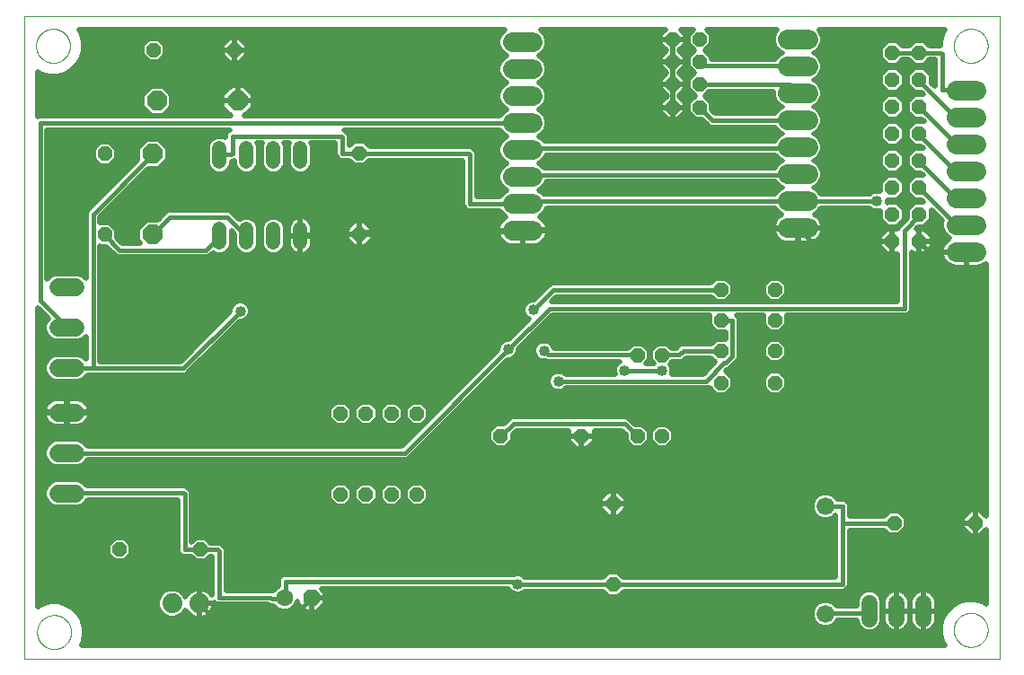
<source format=gbl>
G75*
%MOIN*%
%OFA0B0*%
%FSLAX25Y25*%
%IPPOS*%
%LPD*%
%AMOC8*
5,1,8,0,0,1.08239X$1,22.5*
%
%ADD10C,0.00000*%
%ADD11OC8,0.05600*%
%ADD12C,0.07400*%
%ADD13C,0.06600*%
%ADD14C,0.05200*%
%ADD15OC8,0.05200*%
%ADD16OC8,0.07500*%
%ADD17OC8,0.06300*%
%ADD18C,0.06300*%
%ADD19C,0.07400*%
%ADD20C,0.06600*%
%ADD21C,0.06000*%
%ADD22C,0.01600*%
%ADD23C,0.04000*%
%ADD24C,0.01969*%
%ADD25C,0.01500*%
D10*
X0001984Y0001866D02*
X0001984Y0240567D01*
X0363992Y0240567D01*
X0363992Y0001866D01*
X0001984Y0001866D01*
X0006709Y0011827D02*
X0006711Y0011985D01*
X0006717Y0012143D01*
X0006727Y0012301D01*
X0006741Y0012459D01*
X0006759Y0012616D01*
X0006780Y0012773D01*
X0006806Y0012929D01*
X0006836Y0013085D01*
X0006869Y0013240D01*
X0006907Y0013393D01*
X0006948Y0013546D01*
X0006993Y0013698D01*
X0007042Y0013849D01*
X0007095Y0013998D01*
X0007151Y0014146D01*
X0007211Y0014292D01*
X0007275Y0014437D01*
X0007343Y0014580D01*
X0007414Y0014722D01*
X0007488Y0014862D01*
X0007566Y0014999D01*
X0007648Y0015135D01*
X0007732Y0015269D01*
X0007821Y0015400D01*
X0007912Y0015529D01*
X0008007Y0015656D01*
X0008104Y0015781D01*
X0008205Y0015903D01*
X0008309Y0016022D01*
X0008416Y0016139D01*
X0008526Y0016253D01*
X0008639Y0016364D01*
X0008754Y0016473D01*
X0008872Y0016578D01*
X0008993Y0016680D01*
X0009116Y0016780D01*
X0009242Y0016876D01*
X0009370Y0016969D01*
X0009500Y0017059D01*
X0009633Y0017145D01*
X0009768Y0017229D01*
X0009904Y0017308D01*
X0010043Y0017385D01*
X0010184Y0017457D01*
X0010326Y0017527D01*
X0010470Y0017592D01*
X0010616Y0017654D01*
X0010763Y0017712D01*
X0010912Y0017767D01*
X0011062Y0017818D01*
X0011213Y0017865D01*
X0011365Y0017908D01*
X0011518Y0017947D01*
X0011673Y0017983D01*
X0011828Y0018014D01*
X0011984Y0018042D01*
X0012140Y0018066D01*
X0012297Y0018086D01*
X0012455Y0018102D01*
X0012612Y0018114D01*
X0012771Y0018122D01*
X0012929Y0018126D01*
X0013087Y0018126D01*
X0013245Y0018122D01*
X0013404Y0018114D01*
X0013561Y0018102D01*
X0013719Y0018086D01*
X0013876Y0018066D01*
X0014032Y0018042D01*
X0014188Y0018014D01*
X0014343Y0017983D01*
X0014498Y0017947D01*
X0014651Y0017908D01*
X0014803Y0017865D01*
X0014954Y0017818D01*
X0015104Y0017767D01*
X0015253Y0017712D01*
X0015400Y0017654D01*
X0015546Y0017592D01*
X0015690Y0017527D01*
X0015832Y0017457D01*
X0015973Y0017385D01*
X0016112Y0017308D01*
X0016248Y0017229D01*
X0016383Y0017145D01*
X0016516Y0017059D01*
X0016646Y0016969D01*
X0016774Y0016876D01*
X0016900Y0016780D01*
X0017023Y0016680D01*
X0017144Y0016578D01*
X0017262Y0016473D01*
X0017377Y0016364D01*
X0017490Y0016253D01*
X0017600Y0016139D01*
X0017707Y0016022D01*
X0017811Y0015903D01*
X0017912Y0015781D01*
X0018009Y0015656D01*
X0018104Y0015529D01*
X0018195Y0015400D01*
X0018284Y0015269D01*
X0018368Y0015135D01*
X0018450Y0014999D01*
X0018528Y0014862D01*
X0018602Y0014722D01*
X0018673Y0014580D01*
X0018741Y0014437D01*
X0018805Y0014292D01*
X0018865Y0014146D01*
X0018921Y0013998D01*
X0018974Y0013849D01*
X0019023Y0013698D01*
X0019068Y0013546D01*
X0019109Y0013393D01*
X0019147Y0013240D01*
X0019180Y0013085D01*
X0019210Y0012929D01*
X0019236Y0012773D01*
X0019257Y0012616D01*
X0019275Y0012459D01*
X0019289Y0012301D01*
X0019299Y0012143D01*
X0019305Y0011985D01*
X0019307Y0011827D01*
X0019305Y0011669D01*
X0019299Y0011511D01*
X0019289Y0011353D01*
X0019275Y0011195D01*
X0019257Y0011038D01*
X0019236Y0010881D01*
X0019210Y0010725D01*
X0019180Y0010569D01*
X0019147Y0010414D01*
X0019109Y0010261D01*
X0019068Y0010108D01*
X0019023Y0009956D01*
X0018974Y0009805D01*
X0018921Y0009656D01*
X0018865Y0009508D01*
X0018805Y0009362D01*
X0018741Y0009217D01*
X0018673Y0009074D01*
X0018602Y0008932D01*
X0018528Y0008792D01*
X0018450Y0008655D01*
X0018368Y0008519D01*
X0018284Y0008385D01*
X0018195Y0008254D01*
X0018104Y0008125D01*
X0018009Y0007998D01*
X0017912Y0007873D01*
X0017811Y0007751D01*
X0017707Y0007632D01*
X0017600Y0007515D01*
X0017490Y0007401D01*
X0017377Y0007290D01*
X0017262Y0007181D01*
X0017144Y0007076D01*
X0017023Y0006974D01*
X0016900Y0006874D01*
X0016774Y0006778D01*
X0016646Y0006685D01*
X0016516Y0006595D01*
X0016383Y0006509D01*
X0016248Y0006425D01*
X0016112Y0006346D01*
X0015973Y0006269D01*
X0015832Y0006197D01*
X0015690Y0006127D01*
X0015546Y0006062D01*
X0015400Y0006000D01*
X0015253Y0005942D01*
X0015104Y0005887D01*
X0014954Y0005836D01*
X0014803Y0005789D01*
X0014651Y0005746D01*
X0014498Y0005707D01*
X0014343Y0005671D01*
X0014188Y0005640D01*
X0014032Y0005612D01*
X0013876Y0005588D01*
X0013719Y0005568D01*
X0013561Y0005552D01*
X0013404Y0005540D01*
X0013245Y0005532D01*
X0013087Y0005528D01*
X0012929Y0005528D01*
X0012771Y0005532D01*
X0012612Y0005540D01*
X0012455Y0005552D01*
X0012297Y0005568D01*
X0012140Y0005588D01*
X0011984Y0005612D01*
X0011828Y0005640D01*
X0011673Y0005671D01*
X0011518Y0005707D01*
X0011365Y0005746D01*
X0011213Y0005789D01*
X0011062Y0005836D01*
X0010912Y0005887D01*
X0010763Y0005942D01*
X0010616Y0006000D01*
X0010470Y0006062D01*
X0010326Y0006127D01*
X0010184Y0006197D01*
X0010043Y0006269D01*
X0009904Y0006346D01*
X0009768Y0006425D01*
X0009633Y0006509D01*
X0009500Y0006595D01*
X0009370Y0006685D01*
X0009242Y0006778D01*
X0009116Y0006874D01*
X0008993Y0006974D01*
X0008872Y0007076D01*
X0008754Y0007181D01*
X0008639Y0007290D01*
X0008526Y0007401D01*
X0008416Y0007515D01*
X0008309Y0007632D01*
X0008205Y0007751D01*
X0008104Y0007873D01*
X0008007Y0007998D01*
X0007912Y0008125D01*
X0007821Y0008254D01*
X0007732Y0008385D01*
X0007648Y0008519D01*
X0007566Y0008655D01*
X0007488Y0008792D01*
X0007414Y0008932D01*
X0007343Y0009074D01*
X0007275Y0009217D01*
X0007211Y0009362D01*
X0007151Y0009508D01*
X0007095Y0009656D01*
X0007042Y0009805D01*
X0006993Y0009956D01*
X0006948Y0010108D01*
X0006907Y0010261D01*
X0006869Y0010414D01*
X0006836Y0010569D01*
X0006806Y0010725D01*
X0006780Y0010881D01*
X0006759Y0011038D01*
X0006741Y0011195D01*
X0006727Y0011353D01*
X0006717Y0011511D01*
X0006711Y0011669D01*
X0006709Y0011827D01*
X0006315Y0229543D02*
X0006317Y0229701D01*
X0006323Y0229859D01*
X0006333Y0230017D01*
X0006347Y0230175D01*
X0006365Y0230332D01*
X0006386Y0230489D01*
X0006412Y0230645D01*
X0006442Y0230801D01*
X0006475Y0230956D01*
X0006513Y0231109D01*
X0006554Y0231262D01*
X0006599Y0231414D01*
X0006648Y0231565D01*
X0006701Y0231714D01*
X0006757Y0231862D01*
X0006817Y0232008D01*
X0006881Y0232153D01*
X0006949Y0232296D01*
X0007020Y0232438D01*
X0007094Y0232578D01*
X0007172Y0232715D01*
X0007254Y0232851D01*
X0007338Y0232985D01*
X0007427Y0233116D01*
X0007518Y0233245D01*
X0007613Y0233372D01*
X0007710Y0233497D01*
X0007811Y0233619D01*
X0007915Y0233738D01*
X0008022Y0233855D01*
X0008132Y0233969D01*
X0008245Y0234080D01*
X0008360Y0234189D01*
X0008478Y0234294D01*
X0008599Y0234396D01*
X0008722Y0234496D01*
X0008848Y0234592D01*
X0008976Y0234685D01*
X0009106Y0234775D01*
X0009239Y0234861D01*
X0009374Y0234945D01*
X0009510Y0235024D01*
X0009649Y0235101D01*
X0009790Y0235173D01*
X0009932Y0235243D01*
X0010076Y0235308D01*
X0010222Y0235370D01*
X0010369Y0235428D01*
X0010518Y0235483D01*
X0010668Y0235534D01*
X0010819Y0235581D01*
X0010971Y0235624D01*
X0011124Y0235663D01*
X0011279Y0235699D01*
X0011434Y0235730D01*
X0011590Y0235758D01*
X0011746Y0235782D01*
X0011903Y0235802D01*
X0012061Y0235818D01*
X0012218Y0235830D01*
X0012377Y0235838D01*
X0012535Y0235842D01*
X0012693Y0235842D01*
X0012851Y0235838D01*
X0013010Y0235830D01*
X0013167Y0235818D01*
X0013325Y0235802D01*
X0013482Y0235782D01*
X0013638Y0235758D01*
X0013794Y0235730D01*
X0013949Y0235699D01*
X0014104Y0235663D01*
X0014257Y0235624D01*
X0014409Y0235581D01*
X0014560Y0235534D01*
X0014710Y0235483D01*
X0014859Y0235428D01*
X0015006Y0235370D01*
X0015152Y0235308D01*
X0015296Y0235243D01*
X0015438Y0235173D01*
X0015579Y0235101D01*
X0015718Y0235024D01*
X0015854Y0234945D01*
X0015989Y0234861D01*
X0016122Y0234775D01*
X0016252Y0234685D01*
X0016380Y0234592D01*
X0016506Y0234496D01*
X0016629Y0234396D01*
X0016750Y0234294D01*
X0016868Y0234189D01*
X0016983Y0234080D01*
X0017096Y0233969D01*
X0017206Y0233855D01*
X0017313Y0233738D01*
X0017417Y0233619D01*
X0017518Y0233497D01*
X0017615Y0233372D01*
X0017710Y0233245D01*
X0017801Y0233116D01*
X0017890Y0232985D01*
X0017974Y0232851D01*
X0018056Y0232715D01*
X0018134Y0232578D01*
X0018208Y0232438D01*
X0018279Y0232296D01*
X0018347Y0232153D01*
X0018411Y0232008D01*
X0018471Y0231862D01*
X0018527Y0231714D01*
X0018580Y0231565D01*
X0018629Y0231414D01*
X0018674Y0231262D01*
X0018715Y0231109D01*
X0018753Y0230956D01*
X0018786Y0230801D01*
X0018816Y0230645D01*
X0018842Y0230489D01*
X0018863Y0230332D01*
X0018881Y0230175D01*
X0018895Y0230017D01*
X0018905Y0229859D01*
X0018911Y0229701D01*
X0018913Y0229543D01*
X0018911Y0229385D01*
X0018905Y0229227D01*
X0018895Y0229069D01*
X0018881Y0228911D01*
X0018863Y0228754D01*
X0018842Y0228597D01*
X0018816Y0228441D01*
X0018786Y0228285D01*
X0018753Y0228130D01*
X0018715Y0227977D01*
X0018674Y0227824D01*
X0018629Y0227672D01*
X0018580Y0227521D01*
X0018527Y0227372D01*
X0018471Y0227224D01*
X0018411Y0227078D01*
X0018347Y0226933D01*
X0018279Y0226790D01*
X0018208Y0226648D01*
X0018134Y0226508D01*
X0018056Y0226371D01*
X0017974Y0226235D01*
X0017890Y0226101D01*
X0017801Y0225970D01*
X0017710Y0225841D01*
X0017615Y0225714D01*
X0017518Y0225589D01*
X0017417Y0225467D01*
X0017313Y0225348D01*
X0017206Y0225231D01*
X0017096Y0225117D01*
X0016983Y0225006D01*
X0016868Y0224897D01*
X0016750Y0224792D01*
X0016629Y0224690D01*
X0016506Y0224590D01*
X0016380Y0224494D01*
X0016252Y0224401D01*
X0016122Y0224311D01*
X0015989Y0224225D01*
X0015854Y0224141D01*
X0015718Y0224062D01*
X0015579Y0223985D01*
X0015438Y0223913D01*
X0015296Y0223843D01*
X0015152Y0223778D01*
X0015006Y0223716D01*
X0014859Y0223658D01*
X0014710Y0223603D01*
X0014560Y0223552D01*
X0014409Y0223505D01*
X0014257Y0223462D01*
X0014104Y0223423D01*
X0013949Y0223387D01*
X0013794Y0223356D01*
X0013638Y0223328D01*
X0013482Y0223304D01*
X0013325Y0223284D01*
X0013167Y0223268D01*
X0013010Y0223256D01*
X0012851Y0223248D01*
X0012693Y0223244D01*
X0012535Y0223244D01*
X0012377Y0223248D01*
X0012218Y0223256D01*
X0012061Y0223268D01*
X0011903Y0223284D01*
X0011746Y0223304D01*
X0011590Y0223328D01*
X0011434Y0223356D01*
X0011279Y0223387D01*
X0011124Y0223423D01*
X0010971Y0223462D01*
X0010819Y0223505D01*
X0010668Y0223552D01*
X0010518Y0223603D01*
X0010369Y0223658D01*
X0010222Y0223716D01*
X0010076Y0223778D01*
X0009932Y0223843D01*
X0009790Y0223913D01*
X0009649Y0223985D01*
X0009510Y0224062D01*
X0009374Y0224141D01*
X0009239Y0224225D01*
X0009106Y0224311D01*
X0008976Y0224401D01*
X0008848Y0224494D01*
X0008722Y0224590D01*
X0008599Y0224690D01*
X0008478Y0224792D01*
X0008360Y0224897D01*
X0008245Y0225006D01*
X0008132Y0225117D01*
X0008022Y0225231D01*
X0007915Y0225348D01*
X0007811Y0225467D01*
X0007710Y0225589D01*
X0007613Y0225714D01*
X0007518Y0225841D01*
X0007427Y0225970D01*
X0007338Y0226101D01*
X0007254Y0226235D01*
X0007172Y0226371D01*
X0007094Y0226508D01*
X0007020Y0226648D01*
X0006949Y0226790D01*
X0006881Y0226933D01*
X0006817Y0227078D01*
X0006757Y0227224D01*
X0006701Y0227372D01*
X0006648Y0227521D01*
X0006599Y0227672D01*
X0006554Y0227824D01*
X0006513Y0227977D01*
X0006475Y0228130D01*
X0006442Y0228285D01*
X0006412Y0228441D01*
X0006386Y0228597D01*
X0006365Y0228754D01*
X0006347Y0228911D01*
X0006333Y0229069D01*
X0006323Y0229227D01*
X0006317Y0229385D01*
X0006315Y0229543D01*
X0346866Y0229543D02*
X0346868Y0229701D01*
X0346874Y0229859D01*
X0346884Y0230017D01*
X0346898Y0230175D01*
X0346916Y0230332D01*
X0346937Y0230489D01*
X0346963Y0230645D01*
X0346993Y0230801D01*
X0347026Y0230956D01*
X0347064Y0231109D01*
X0347105Y0231262D01*
X0347150Y0231414D01*
X0347199Y0231565D01*
X0347252Y0231714D01*
X0347308Y0231862D01*
X0347368Y0232008D01*
X0347432Y0232153D01*
X0347500Y0232296D01*
X0347571Y0232438D01*
X0347645Y0232578D01*
X0347723Y0232715D01*
X0347805Y0232851D01*
X0347889Y0232985D01*
X0347978Y0233116D01*
X0348069Y0233245D01*
X0348164Y0233372D01*
X0348261Y0233497D01*
X0348362Y0233619D01*
X0348466Y0233738D01*
X0348573Y0233855D01*
X0348683Y0233969D01*
X0348796Y0234080D01*
X0348911Y0234189D01*
X0349029Y0234294D01*
X0349150Y0234396D01*
X0349273Y0234496D01*
X0349399Y0234592D01*
X0349527Y0234685D01*
X0349657Y0234775D01*
X0349790Y0234861D01*
X0349925Y0234945D01*
X0350061Y0235024D01*
X0350200Y0235101D01*
X0350341Y0235173D01*
X0350483Y0235243D01*
X0350627Y0235308D01*
X0350773Y0235370D01*
X0350920Y0235428D01*
X0351069Y0235483D01*
X0351219Y0235534D01*
X0351370Y0235581D01*
X0351522Y0235624D01*
X0351675Y0235663D01*
X0351830Y0235699D01*
X0351985Y0235730D01*
X0352141Y0235758D01*
X0352297Y0235782D01*
X0352454Y0235802D01*
X0352612Y0235818D01*
X0352769Y0235830D01*
X0352928Y0235838D01*
X0353086Y0235842D01*
X0353244Y0235842D01*
X0353402Y0235838D01*
X0353561Y0235830D01*
X0353718Y0235818D01*
X0353876Y0235802D01*
X0354033Y0235782D01*
X0354189Y0235758D01*
X0354345Y0235730D01*
X0354500Y0235699D01*
X0354655Y0235663D01*
X0354808Y0235624D01*
X0354960Y0235581D01*
X0355111Y0235534D01*
X0355261Y0235483D01*
X0355410Y0235428D01*
X0355557Y0235370D01*
X0355703Y0235308D01*
X0355847Y0235243D01*
X0355989Y0235173D01*
X0356130Y0235101D01*
X0356269Y0235024D01*
X0356405Y0234945D01*
X0356540Y0234861D01*
X0356673Y0234775D01*
X0356803Y0234685D01*
X0356931Y0234592D01*
X0357057Y0234496D01*
X0357180Y0234396D01*
X0357301Y0234294D01*
X0357419Y0234189D01*
X0357534Y0234080D01*
X0357647Y0233969D01*
X0357757Y0233855D01*
X0357864Y0233738D01*
X0357968Y0233619D01*
X0358069Y0233497D01*
X0358166Y0233372D01*
X0358261Y0233245D01*
X0358352Y0233116D01*
X0358441Y0232985D01*
X0358525Y0232851D01*
X0358607Y0232715D01*
X0358685Y0232578D01*
X0358759Y0232438D01*
X0358830Y0232296D01*
X0358898Y0232153D01*
X0358962Y0232008D01*
X0359022Y0231862D01*
X0359078Y0231714D01*
X0359131Y0231565D01*
X0359180Y0231414D01*
X0359225Y0231262D01*
X0359266Y0231109D01*
X0359304Y0230956D01*
X0359337Y0230801D01*
X0359367Y0230645D01*
X0359393Y0230489D01*
X0359414Y0230332D01*
X0359432Y0230175D01*
X0359446Y0230017D01*
X0359456Y0229859D01*
X0359462Y0229701D01*
X0359464Y0229543D01*
X0359462Y0229385D01*
X0359456Y0229227D01*
X0359446Y0229069D01*
X0359432Y0228911D01*
X0359414Y0228754D01*
X0359393Y0228597D01*
X0359367Y0228441D01*
X0359337Y0228285D01*
X0359304Y0228130D01*
X0359266Y0227977D01*
X0359225Y0227824D01*
X0359180Y0227672D01*
X0359131Y0227521D01*
X0359078Y0227372D01*
X0359022Y0227224D01*
X0358962Y0227078D01*
X0358898Y0226933D01*
X0358830Y0226790D01*
X0358759Y0226648D01*
X0358685Y0226508D01*
X0358607Y0226371D01*
X0358525Y0226235D01*
X0358441Y0226101D01*
X0358352Y0225970D01*
X0358261Y0225841D01*
X0358166Y0225714D01*
X0358069Y0225589D01*
X0357968Y0225467D01*
X0357864Y0225348D01*
X0357757Y0225231D01*
X0357647Y0225117D01*
X0357534Y0225006D01*
X0357419Y0224897D01*
X0357301Y0224792D01*
X0357180Y0224690D01*
X0357057Y0224590D01*
X0356931Y0224494D01*
X0356803Y0224401D01*
X0356673Y0224311D01*
X0356540Y0224225D01*
X0356405Y0224141D01*
X0356269Y0224062D01*
X0356130Y0223985D01*
X0355989Y0223913D01*
X0355847Y0223843D01*
X0355703Y0223778D01*
X0355557Y0223716D01*
X0355410Y0223658D01*
X0355261Y0223603D01*
X0355111Y0223552D01*
X0354960Y0223505D01*
X0354808Y0223462D01*
X0354655Y0223423D01*
X0354500Y0223387D01*
X0354345Y0223356D01*
X0354189Y0223328D01*
X0354033Y0223304D01*
X0353876Y0223284D01*
X0353718Y0223268D01*
X0353561Y0223256D01*
X0353402Y0223248D01*
X0353244Y0223244D01*
X0353086Y0223244D01*
X0352928Y0223248D01*
X0352769Y0223256D01*
X0352612Y0223268D01*
X0352454Y0223284D01*
X0352297Y0223304D01*
X0352141Y0223328D01*
X0351985Y0223356D01*
X0351830Y0223387D01*
X0351675Y0223423D01*
X0351522Y0223462D01*
X0351370Y0223505D01*
X0351219Y0223552D01*
X0351069Y0223603D01*
X0350920Y0223658D01*
X0350773Y0223716D01*
X0350627Y0223778D01*
X0350483Y0223843D01*
X0350341Y0223913D01*
X0350200Y0223985D01*
X0350061Y0224062D01*
X0349925Y0224141D01*
X0349790Y0224225D01*
X0349657Y0224311D01*
X0349527Y0224401D01*
X0349399Y0224494D01*
X0349273Y0224590D01*
X0349150Y0224690D01*
X0349029Y0224792D01*
X0348911Y0224897D01*
X0348796Y0225006D01*
X0348683Y0225117D01*
X0348573Y0225231D01*
X0348466Y0225348D01*
X0348362Y0225467D01*
X0348261Y0225589D01*
X0348164Y0225714D01*
X0348069Y0225841D01*
X0347978Y0225970D01*
X0347889Y0226101D01*
X0347805Y0226235D01*
X0347723Y0226371D01*
X0347645Y0226508D01*
X0347571Y0226648D01*
X0347500Y0226790D01*
X0347432Y0226933D01*
X0347368Y0227078D01*
X0347308Y0227224D01*
X0347252Y0227372D01*
X0347199Y0227521D01*
X0347150Y0227672D01*
X0347105Y0227824D01*
X0347064Y0227977D01*
X0347026Y0228130D01*
X0346993Y0228285D01*
X0346963Y0228441D01*
X0346937Y0228597D01*
X0346916Y0228754D01*
X0346898Y0228911D01*
X0346884Y0229069D01*
X0346874Y0229227D01*
X0346868Y0229385D01*
X0346866Y0229543D01*
X0346866Y0012614D02*
X0346868Y0012772D01*
X0346874Y0012930D01*
X0346884Y0013088D01*
X0346898Y0013246D01*
X0346916Y0013403D01*
X0346937Y0013560D01*
X0346963Y0013716D01*
X0346993Y0013872D01*
X0347026Y0014027D01*
X0347064Y0014180D01*
X0347105Y0014333D01*
X0347150Y0014485D01*
X0347199Y0014636D01*
X0347252Y0014785D01*
X0347308Y0014933D01*
X0347368Y0015079D01*
X0347432Y0015224D01*
X0347500Y0015367D01*
X0347571Y0015509D01*
X0347645Y0015649D01*
X0347723Y0015786D01*
X0347805Y0015922D01*
X0347889Y0016056D01*
X0347978Y0016187D01*
X0348069Y0016316D01*
X0348164Y0016443D01*
X0348261Y0016568D01*
X0348362Y0016690D01*
X0348466Y0016809D01*
X0348573Y0016926D01*
X0348683Y0017040D01*
X0348796Y0017151D01*
X0348911Y0017260D01*
X0349029Y0017365D01*
X0349150Y0017467D01*
X0349273Y0017567D01*
X0349399Y0017663D01*
X0349527Y0017756D01*
X0349657Y0017846D01*
X0349790Y0017932D01*
X0349925Y0018016D01*
X0350061Y0018095D01*
X0350200Y0018172D01*
X0350341Y0018244D01*
X0350483Y0018314D01*
X0350627Y0018379D01*
X0350773Y0018441D01*
X0350920Y0018499D01*
X0351069Y0018554D01*
X0351219Y0018605D01*
X0351370Y0018652D01*
X0351522Y0018695D01*
X0351675Y0018734D01*
X0351830Y0018770D01*
X0351985Y0018801D01*
X0352141Y0018829D01*
X0352297Y0018853D01*
X0352454Y0018873D01*
X0352612Y0018889D01*
X0352769Y0018901D01*
X0352928Y0018909D01*
X0353086Y0018913D01*
X0353244Y0018913D01*
X0353402Y0018909D01*
X0353561Y0018901D01*
X0353718Y0018889D01*
X0353876Y0018873D01*
X0354033Y0018853D01*
X0354189Y0018829D01*
X0354345Y0018801D01*
X0354500Y0018770D01*
X0354655Y0018734D01*
X0354808Y0018695D01*
X0354960Y0018652D01*
X0355111Y0018605D01*
X0355261Y0018554D01*
X0355410Y0018499D01*
X0355557Y0018441D01*
X0355703Y0018379D01*
X0355847Y0018314D01*
X0355989Y0018244D01*
X0356130Y0018172D01*
X0356269Y0018095D01*
X0356405Y0018016D01*
X0356540Y0017932D01*
X0356673Y0017846D01*
X0356803Y0017756D01*
X0356931Y0017663D01*
X0357057Y0017567D01*
X0357180Y0017467D01*
X0357301Y0017365D01*
X0357419Y0017260D01*
X0357534Y0017151D01*
X0357647Y0017040D01*
X0357757Y0016926D01*
X0357864Y0016809D01*
X0357968Y0016690D01*
X0358069Y0016568D01*
X0358166Y0016443D01*
X0358261Y0016316D01*
X0358352Y0016187D01*
X0358441Y0016056D01*
X0358525Y0015922D01*
X0358607Y0015786D01*
X0358685Y0015649D01*
X0358759Y0015509D01*
X0358830Y0015367D01*
X0358898Y0015224D01*
X0358962Y0015079D01*
X0359022Y0014933D01*
X0359078Y0014785D01*
X0359131Y0014636D01*
X0359180Y0014485D01*
X0359225Y0014333D01*
X0359266Y0014180D01*
X0359304Y0014027D01*
X0359337Y0013872D01*
X0359367Y0013716D01*
X0359393Y0013560D01*
X0359414Y0013403D01*
X0359432Y0013246D01*
X0359446Y0013088D01*
X0359456Y0012930D01*
X0359462Y0012772D01*
X0359464Y0012614D01*
X0359462Y0012456D01*
X0359456Y0012298D01*
X0359446Y0012140D01*
X0359432Y0011982D01*
X0359414Y0011825D01*
X0359393Y0011668D01*
X0359367Y0011512D01*
X0359337Y0011356D01*
X0359304Y0011201D01*
X0359266Y0011048D01*
X0359225Y0010895D01*
X0359180Y0010743D01*
X0359131Y0010592D01*
X0359078Y0010443D01*
X0359022Y0010295D01*
X0358962Y0010149D01*
X0358898Y0010004D01*
X0358830Y0009861D01*
X0358759Y0009719D01*
X0358685Y0009579D01*
X0358607Y0009442D01*
X0358525Y0009306D01*
X0358441Y0009172D01*
X0358352Y0009041D01*
X0358261Y0008912D01*
X0358166Y0008785D01*
X0358069Y0008660D01*
X0357968Y0008538D01*
X0357864Y0008419D01*
X0357757Y0008302D01*
X0357647Y0008188D01*
X0357534Y0008077D01*
X0357419Y0007968D01*
X0357301Y0007863D01*
X0357180Y0007761D01*
X0357057Y0007661D01*
X0356931Y0007565D01*
X0356803Y0007472D01*
X0356673Y0007382D01*
X0356540Y0007296D01*
X0356405Y0007212D01*
X0356269Y0007133D01*
X0356130Y0007056D01*
X0355989Y0006984D01*
X0355847Y0006914D01*
X0355703Y0006849D01*
X0355557Y0006787D01*
X0355410Y0006729D01*
X0355261Y0006674D01*
X0355111Y0006623D01*
X0354960Y0006576D01*
X0354808Y0006533D01*
X0354655Y0006494D01*
X0354500Y0006458D01*
X0354345Y0006427D01*
X0354189Y0006399D01*
X0354033Y0006375D01*
X0353876Y0006355D01*
X0353718Y0006339D01*
X0353561Y0006327D01*
X0353402Y0006319D01*
X0353244Y0006315D01*
X0353086Y0006315D01*
X0352928Y0006319D01*
X0352769Y0006327D01*
X0352612Y0006339D01*
X0352454Y0006355D01*
X0352297Y0006375D01*
X0352141Y0006399D01*
X0351985Y0006427D01*
X0351830Y0006458D01*
X0351675Y0006494D01*
X0351522Y0006533D01*
X0351370Y0006576D01*
X0351219Y0006623D01*
X0351069Y0006674D01*
X0350920Y0006729D01*
X0350773Y0006787D01*
X0350627Y0006849D01*
X0350483Y0006914D01*
X0350341Y0006984D01*
X0350200Y0007056D01*
X0350061Y0007133D01*
X0349925Y0007212D01*
X0349790Y0007296D01*
X0349657Y0007382D01*
X0349527Y0007472D01*
X0349399Y0007565D01*
X0349273Y0007661D01*
X0349150Y0007761D01*
X0349029Y0007863D01*
X0348911Y0007968D01*
X0348796Y0008077D01*
X0348683Y0008188D01*
X0348573Y0008302D01*
X0348466Y0008419D01*
X0348362Y0008538D01*
X0348261Y0008660D01*
X0348164Y0008785D01*
X0348069Y0008912D01*
X0347978Y0009041D01*
X0347889Y0009172D01*
X0347805Y0009306D01*
X0347723Y0009442D01*
X0347645Y0009579D01*
X0347571Y0009719D01*
X0347500Y0009861D01*
X0347432Y0010004D01*
X0347368Y0010149D01*
X0347308Y0010295D01*
X0347252Y0010443D01*
X0347199Y0010592D01*
X0347150Y0010743D01*
X0347105Y0010895D01*
X0347064Y0011048D01*
X0347026Y0011201D01*
X0346993Y0011356D01*
X0346963Y0011512D01*
X0346937Y0011668D01*
X0346916Y0011825D01*
X0346898Y0011982D01*
X0346884Y0012140D01*
X0346874Y0012298D01*
X0346868Y0012456D01*
X0346866Y0012614D01*
D11*
X0354780Y0052378D03*
X0324780Y0052378D03*
X0220488Y0059504D03*
X0208717Y0084661D03*
X0178717Y0084661D03*
X0220488Y0029504D03*
X0324071Y0156866D03*
X0334071Y0156866D03*
X0334071Y0166866D03*
X0324071Y0166866D03*
X0324071Y0176866D03*
X0334071Y0176866D03*
X0334071Y0186866D03*
X0324071Y0186866D03*
X0324071Y0196866D03*
X0334071Y0196866D03*
X0334071Y0206866D03*
X0324071Y0206866D03*
X0324071Y0216866D03*
X0334071Y0216866D03*
X0334071Y0226866D03*
X0324071Y0226866D03*
X0126315Y0189701D03*
X0126315Y0159701D03*
D12*
X0183206Y0160921D02*
X0190606Y0160921D01*
X0190606Y0170921D02*
X0183206Y0170921D01*
X0183206Y0180921D02*
X0190606Y0180921D01*
X0190606Y0190921D02*
X0183206Y0190921D01*
X0183206Y0200921D02*
X0190606Y0200921D01*
X0190606Y0210921D02*
X0183206Y0210921D01*
X0183206Y0220921D02*
X0190606Y0220921D01*
X0190606Y0230921D02*
X0183206Y0230921D01*
X0285371Y0231866D02*
X0292771Y0231866D01*
X0292771Y0221866D02*
X0285371Y0221866D01*
X0285371Y0211866D02*
X0292771Y0211866D01*
X0292771Y0201866D02*
X0285371Y0201866D01*
X0285371Y0191866D02*
X0292771Y0191866D01*
X0292771Y0181866D02*
X0285371Y0181866D01*
X0285371Y0171866D02*
X0292771Y0171866D01*
X0292771Y0161866D02*
X0285371Y0161866D01*
X0347891Y0163008D02*
X0355291Y0163008D01*
X0355291Y0173008D02*
X0347891Y0173008D01*
X0347891Y0183008D02*
X0355291Y0183008D01*
X0355291Y0193008D02*
X0347891Y0193008D01*
X0347891Y0203008D02*
X0355291Y0203008D01*
X0355291Y0213008D02*
X0347891Y0213008D01*
X0347891Y0153008D02*
X0355291Y0153008D01*
D13*
X0021032Y0139819D02*
X0014432Y0139819D01*
X0014432Y0124819D02*
X0021032Y0124819D01*
X0021032Y0109819D02*
X0014432Y0109819D01*
X0014432Y0093362D02*
X0021032Y0093362D01*
X0021032Y0078362D02*
X0014432Y0078362D01*
X0014432Y0063362D02*
X0021032Y0063362D01*
D14*
X0074386Y0156431D02*
X0074386Y0161631D01*
X0084386Y0161631D02*
X0084386Y0156431D01*
X0094386Y0156431D02*
X0094386Y0161631D01*
X0104386Y0161631D02*
X0104386Y0156431D01*
X0104386Y0186431D02*
X0104386Y0191631D01*
X0094386Y0191631D02*
X0094386Y0186431D01*
X0084386Y0186431D02*
X0084386Y0191631D01*
X0074386Y0191631D02*
X0074386Y0186431D01*
D15*
X0031906Y0189425D03*
X0031906Y0159425D03*
X0119307Y0092969D03*
X0128756Y0092969D03*
X0138205Y0092969D03*
X0147654Y0092969D03*
X0147654Y0062969D03*
X0138205Y0062969D03*
X0128756Y0062969D03*
X0119307Y0062969D03*
X0067378Y0042535D03*
X0037378Y0042535D03*
X0229543Y0084622D03*
X0238598Y0084622D03*
X0260488Y0104346D03*
X0260488Y0116157D03*
X0260488Y0127575D03*
X0260488Y0138992D03*
X0280488Y0138992D03*
X0280488Y0127575D03*
X0280488Y0116157D03*
X0280488Y0104346D03*
X0238598Y0114622D03*
X0229543Y0114622D03*
X0242654Y0206709D03*
X0252654Y0206709D03*
X0252654Y0215370D03*
X0242654Y0215370D03*
X0242654Y0223638D03*
X0252654Y0223638D03*
X0252654Y0231906D03*
X0242654Y0231906D03*
X0079976Y0227969D03*
X0049976Y0227969D03*
D16*
X0051157Y0209071D03*
X0049622Y0189425D03*
X0081157Y0209071D03*
X0049622Y0159425D03*
D17*
X0108559Y0024425D03*
D18*
X0098559Y0024425D03*
D19*
X0066827Y0022457D03*
X0056827Y0022457D03*
D20*
X0299228Y0018598D03*
X0299228Y0058598D03*
D21*
X0315606Y0022701D02*
X0315606Y0016701D01*
X0325606Y0016701D02*
X0325606Y0022701D01*
X0335606Y0022701D02*
X0335606Y0016701D01*
D22*
X0315606Y0019701D02*
X0315370Y0019307D01*
X0314878Y0018815D01*
X0299622Y0018815D01*
X0299228Y0018598D01*
X0305528Y0029642D02*
X0220882Y0029642D01*
X0220488Y0029504D01*
X0220390Y0029642D01*
X0184957Y0029642D01*
X0183972Y0030626D01*
X0098835Y0030626D01*
X0098835Y0025213D01*
X0098559Y0024425D01*
X0098343Y0024228D01*
X0093913Y0024228D01*
X0093421Y0024720D01*
X0074228Y0024720D01*
X0074228Y0041945D01*
X0073736Y0042437D01*
X0067831Y0042437D01*
X0067378Y0042535D01*
X0066846Y0042437D01*
X0061433Y0042437D01*
X0061433Y0063106D01*
X0060941Y0063598D01*
X0018126Y0063598D01*
X0017732Y0063362D01*
X0017732Y0078362D02*
X0143126Y0078362D01*
X0181512Y0116748D01*
X0196768Y0132004D01*
X0328657Y0132004D01*
X0328657Y0161039D01*
X0334071Y0166453D01*
X0334071Y0166866D01*
X0334071Y0176787D02*
X0347850Y0163008D01*
X0351591Y0163008D01*
X0351295Y0153165D02*
X0337516Y0153165D01*
X0334071Y0156610D01*
X0334071Y0156866D01*
X0324071Y0156866D02*
X0323736Y0157102D01*
X0293717Y0157102D01*
X0289287Y0161531D01*
X0289071Y0161866D01*
X0288303Y0162024D01*
X0287811Y0161531D01*
X0187417Y0161531D01*
X0186906Y0160921D01*
X0186433Y0160547D01*
X0127378Y0160547D01*
X0126886Y0160055D01*
X0126315Y0159701D01*
X0125902Y0159563D01*
X0105232Y0159563D01*
X0104740Y0159071D01*
X0104386Y0159031D01*
X0078657Y0189091D02*
X0074720Y0189091D01*
X0074386Y0189031D01*
X0078657Y0189091D02*
X0079150Y0189583D01*
X0079150Y0195980D01*
X0119504Y0195980D01*
X0119996Y0195488D01*
X0119996Y0189583D01*
X0125902Y0189583D01*
X0126315Y0189701D01*
X0126886Y0189583D01*
X0166846Y0189583D01*
X0167339Y0189091D01*
X0167339Y0170882D01*
X0186433Y0170882D01*
X0186906Y0170921D01*
X0186925Y0170882D01*
X0192831Y0170882D01*
X0192831Y0171374D01*
X0193323Y0171866D01*
X0289071Y0171866D01*
X0318323Y0171866D01*
X0334071Y0176787D02*
X0334071Y0176866D01*
X0334071Y0186630D02*
X0347358Y0173343D01*
X0351295Y0173343D01*
X0351591Y0173008D01*
X0351591Y0183008D02*
X0351295Y0183185D01*
X0347358Y0183185D01*
X0334071Y0196472D01*
X0334071Y0196866D01*
X0334071Y0206807D02*
X0347850Y0193028D01*
X0351295Y0193028D01*
X0351591Y0193008D01*
X0351591Y0203008D02*
X0351295Y0203362D01*
X0347358Y0203362D01*
X0334071Y0216650D01*
X0334071Y0216866D01*
X0342437Y0213205D02*
X0351295Y0213205D01*
X0351591Y0213008D01*
X0342437Y0213205D02*
X0342437Y0226492D01*
X0341945Y0226984D01*
X0334563Y0226984D01*
X0334071Y0226866D01*
X0334071Y0226984D01*
X0324228Y0226984D01*
X0324071Y0226866D01*
X0334071Y0206866D02*
X0334071Y0206807D01*
X0334071Y0186866D02*
X0334071Y0186630D01*
X0351295Y0153165D02*
X0351591Y0153008D01*
X0289071Y0181866D02*
X0288795Y0181709D01*
X0187417Y0181709D01*
X0186925Y0181217D01*
X0186906Y0180921D01*
X0186906Y0190921D02*
X0186925Y0191059D01*
X0187417Y0191551D01*
X0288795Y0191551D01*
X0289071Y0191866D01*
X0289071Y0201866D02*
X0288795Y0201886D01*
X0257299Y0201886D01*
X0252870Y0206315D01*
X0252654Y0206709D01*
X0252870Y0215173D02*
X0252654Y0215370D01*
X0252870Y0215173D02*
X0285843Y0215173D01*
X0288795Y0212220D01*
X0289071Y0211866D01*
X0289071Y0221866D02*
X0288795Y0222063D01*
X0254346Y0222063D01*
X0252870Y0223539D01*
X0252654Y0223638D01*
X0224819Y0089189D02*
X0183480Y0089189D01*
X0179051Y0084760D01*
X0178717Y0084661D01*
X0224819Y0089189D02*
X0229248Y0084760D01*
X0229543Y0084622D01*
X0299228Y0058598D02*
X0299622Y0058677D01*
X0305528Y0058677D01*
X0305528Y0052772D01*
X0306020Y0052280D01*
X0305528Y0051787D01*
X0305528Y0029642D01*
X0306020Y0052280D02*
X0324720Y0052280D01*
X0324780Y0052378D01*
X0108559Y0024425D02*
X0108185Y0024228D01*
X0103264Y0019307D01*
X0069799Y0019307D01*
X0066846Y0022260D01*
X0066827Y0022457D01*
D23*
X0184957Y0029642D03*
X0200213Y0104937D03*
X0194799Y0116256D03*
X0181512Y0116748D03*
X0163795Y0105921D03*
X0190862Y0131512D03*
X0224622Y0108874D03*
X0238598Y0108874D03*
X0247260Y0110252D03*
X0318323Y0171866D03*
X0274031Y0208283D03*
X0263402Y0210646D03*
X0273244Y0226787D03*
X0238205Y0186630D03*
X0238205Y0176394D03*
X0175213Y0186236D03*
X0165370Y0194504D03*
X0151197Y0170882D03*
X0082102Y0131020D03*
D24*
X0085547Y0129447D02*
X0187622Y0129447D01*
X0187654Y0129368D02*
X0188719Y0128304D01*
X0189209Y0128100D01*
X0181641Y0120532D01*
X0180759Y0120532D01*
X0179368Y0119956D01*
X0178304Y0118892D01*
X0177728Y0117501D01*
X0177728Y0116618D01*
X0142056Y0080946D01*
X0025465Y0080946D01*
X0025342Y0081242D01*
X0023912Y0082672D01*
X0022044Y0083446D01*
X0013421Y0083446D01*
X0011552Y0082672D01*
X0010122Y0081242D01*
X0009348Y0079374D01*
X0009348Y0077351D01*
X0010122Y0075482D01*
X0011552Y0074052D01*
X0013421Y0073278D01*
X0022044Y0073278D01*
X0023912Y0074052D01*
X0025342Y0075482D01*
X0025465Y0075778D01*
X0143640Y0075778D01*
X0144590Y0076171D01*
X0145317Y0076898D01*
X0181382Y0112964D01*
X0182265Y0112964D01*
X0183655Y0113540D01*
X0184720Y0114604D01*
X0185296Y0115995D01*
X0185296Y0116878D01*
X0197838Y0129420D01*
X0256133Y0129420D01*
X0256104Y0129391D01*
X0256104Y0125759D01*
X0258672Y0123191D01*
X0262147Y0123191D01*
X0262147Y0120542D01*
X0258672Y0120542D01*
X0256921Y0118790D01*
X0245968Y0118790D01*
X0245037Y0118404D01*
X0243946Y0117314D01*
X0242107Y0117314D01*
X0240414Y0119006D01*
X0236782Y0119006D01*
X0234214Y0116438D01*
X0234214Y0112806D01*
X0235612Y0111408D01*
X0232530Y0111408D01*
X0233928Y0112806D01*
X0233928Y0116438D01*
X0231359Y0119006D01*
X0227727Y0119006D01*
X0226035Y0117314D01*
X0198457Y0117314D01*
X0198007Y0118400D01*
X0196943Y0119464D01*
X0195552Y0120040D01*
X0194046Y0120040D01*
X0192656Y0119464D01*
X0191591Y0118400D01*
X0191015Y0117009D01*
X0191015Y0115503D01*
X0191591Y0114112D01*
X0192656Y0113048D01*
X0194046Y0112472D01*
X0195225Y0112472D01*
X0195771Y0112245D01*
X0222872Y0112245D01*
X0222478Y0112082D01*
X0221414Y0111018D01*
X0220838Y0109627D01*
X0220838Y0108121D01*
X0221107Y0107471D01*
X0203030Y0107471D01*
X0202356Y0108145D01*
X0200965Y0108721D01*
X0199460Y0108721D01*
X0198069Y0108145D01*
X0197004Y0107081D01*
X0196428Y0105690D01*
X0196428Y0104184D01*
X0197004Y0102793D01*
X0198069Y0101729D01*
X0199460Y0101153D01*
X0200965Y0101153D01*
X0202356Y0101729D01*
X0203030Y0102403D01*
X0255343Y0102403D01*
X0256104Y0102718D01*
X0256104Y0102530D01*
X0258672Y0099962D01*
X0262304Y0099962D01*
X0264872Y0102530D01*
X0264872Y0106162D01*
X0262304Y0108731D01*
X0262216Y0108731D01*
X0262816Y0109330D01*
X0263656Y0109678D01*
X0266117Y0112139D01*
X0266830Y0112852D01*
X0267215Y0113783D01*
X0267215Y0128079D01*
X0266830Y0129010D01*
X0266420Y0129420D01*
X0276133Y0129420D01*
X0276104Y0129391D01*
X0276104Y0125759D01*
X0278672Y0123191D01*
X0282304Y0123191D01*
X0284872Y0125759D01*
X0284872Y0129391D01*
X0284844Y0129420D01*
X0329172Y0129420D01*
X0330121Y0129813D01*
X0330848Y0130540D01*
X0331242Y0131490D01*
X0331242Y0152929D01*
X0332089Y0152082D01*
X0334071Y0152082D01*
X0336053Y0152082D01*
X0338855Y0154884D01*
X0338855Y0156866D01*
X0334071Y0156866D01*
X0334071Y0156866D01*
X0334071Y0152082D01*
X0334071Y0156866D01*
X0334071Y0156866D01*
X0338855Y0156866D01*
X0338855Y0158848D01*
X0336053Y0161650D01*
X0334071Y0161650D01*
X0334071Y0156866D01*
X0334071Y0156866D01*
X0334071Y0161650D01*
X0332923Y0161650D01*
X0333555Y0162282D01*
X0335970Y0162282D01*
X0338655Y0164967D01*
X0338655Y0168548D01*
X0342611Y0164593D01*
X0342406Y0164099D01*
X0342406Y0161917D01*
X0343241Y0159901D01*
X0344784Y0158359D01*
X0345384Y0158110D01*
X0344911Y0157869D01*
X0344188Y0157344D01*
X0343555Y0156711D01*
X0343029Y0155987D01*
X0342623Y0155190D01*
X0342346Y0154339D01*
X0342206Y0153455D01*
X0342206Y0153024D01*
X0351575Y0153024D01*
X0351575Y0152992D01*
X0351606Y0152992D01*
X0351606Y0147324D01*
X0355738Y0147324D01*
X0356622Y0147464D01*
X0357473Y0147740D01*
X0358270Y0148146D01*
X0358994Y0148672D01*
X0359008Y0148686D01*
X0359008Y0054916D01*
X0356761Y0057162D01*
X0354780Y0057162D01*
X0354780Y0052378D01*
X0354779Y0052378D01*
X0354779Y0052378D01*
X0349995Y0052378D01*
X0349995Y0054360D01*
X0352798Y0057162D01*
X0354779Y0057162D01*
X0354779Y0052378D01*
X0349995Y0052378D01*
X0349995Y0050396D01*
X0352798Y0047594D01*
X0354779Y0047594D01*
X0354779Y0052378D01*
X0354780Y0052378D01*
X0354780Y0047594D01*
X0356761Y0047594D01*
X0359008Y0049840D01*
X0359008Y0022270D01*
X0357521Y0023129D01*
X0354651Y0023898D01*
X0351680Y0023898D01*
X0348810Y0023129D01*
X0346237Y0021643D01*
X0344136Y0019542D01*
X0342651Y0016969D01*
X0341882Y0014100D01*
X0341882Y0011129D01*
X0342651Y0008259D01*
X0343464Y0006850D01*
X0023164Y0006850D01*
X0023522Y0007472D01*
X0024291Y0010341D01*
X0024291Y0013312D01*
X0023522Y0016182D01*
X0022037Y0018755D01*
X0019936Y0020856D01*
X0017363Y0022341D01*
X0014493Y0023110D01*
X0011522Y0023110D01*
X0008653Y0022341D01*
X0006968Y0021369D01*
X0006968Y0132196D01*
X0010794Y0128370D01*
X0010122Y0127699D01*
X0009348Y0125830D01*
X0009348Y0123808D01*
X0010122Y0121939D01*
X0011552Y0120509D01*
X0013421Y0119735D01*
X0022044Y0119735D01*
X0023912Y0120509D01*
X0024942Y0121539D01*
X0024942Y0113099D01*
X0023912Y0114129D01*
X0022044Y0114903D01*
X0013421Y0114903D01*
X0011552Y0114129D01*
X0010122Y0112699D01*
X0009348Y0110830D01*
X0009348Y0108808D01*
X0010122Y0106939D01*
X0011552Y0105509D01*
X0013421Y0104735D01*
X0022044Y0104735D01*
X0023912Y0105509D01*
X0025342Y0106939D01*
X0025502Y0107324D01*
X0061445Y0107324D01*
X0062376Y0107710D01*
X0063089Y0108423D01*
X0081902Y0127235D01*
X0082855Y0127235D01*
X0084246Y0127812D01*
X0085310Y0128876D01*
X0085887Y0130267D01*
X0085887Y0131772D01*
X0085310Y0133163D01*
X0084246Y0134228D01*
X0082855Y0134804D01*
X0081350Y0134804D01*
X0079959Y0134228D01*
X0078894Y0133163D01*
X0078318Y0131772D01*
X0078318Y0130819D01*
X0059891Y0112393D01*
X0030011Y0112393D01*
X0030011Y0155120D01*
X0030089Y0155041D01*
X0032351Y0155041D01*
X0035170Y0152222D01*
X0035883Y0151509D01*
X0036815Y0151123D01*
X0069811Y0151123D01*
X0070743Y0151509D01*
X0071935Y0152701D01*
X0073514Y0152047D01*
X0075258Y0152047D01*
X0076869Y0152715D01*
X0078103Y0153948D01*
X0078770Y0155559D01*
X0078770Y0160788D01*
X0080002Y0159556D01*
X0080002Y0155559D01*
X0080669Y0153948D01*
X0081902Y0152715D01*
X0083514Y0152047D01*
X0085258Y0152047D01*
X0086869Y0152715D01*
X0088103Y0153948D01*
X0088770Y0155559D01*
X0088770Y0162504D01*
X0088103Y0164115D01*
X0086869Y0165348D01*
X0085258Y0166016D01*
X0083514Y0166016D01*
X0081902Y0165348D01*
X0081640Y0165086D01*
X0079330Y0167396D01*
X0078617Y0168109D01*
X0077685Y0168495D01*
X0055516Y0168495D01*
X0054584Y0168109D01*
X0051435Y0164959D01*
X0047330Y0164959D01*
X0044088Y0161718D01*
X0044088Y0157133D01*
X0045029Y0156192D01*
X0038369Y0156192D01*
X0036290Y0158271D01*
X0036290Y0161241D01*
X0033722Y0163809D01*
X0030089Y0163809D01*
X0030011Y0163731D01*
X0030011Y0165895D01*
X0048006Y0183891D01*
X0051914Y0183891D01*
X0055156Y0187133D01*
X0055156Y0191718D01*
X0051914Y0194959D01*
X0047330Y0194959D01*
X0044088Y0191718D01*
X0044088Y0187140D01*
X0026041Y0169093D01*
X0025328Y0168380D01*
X0024942Y0167449D01*
X0024942Y0143099D01*
X0023912Y0144129D01*
X0022044Y0144903D01*
X0013421Y0144903D01*
X0011552Y0144129D01*
X0010326Y0142902D01*
X0010326Y0198367D01*
X0078159Y0198367D01*
X0077686Y0198171D01*
X0076959Y0197444D01*
X0076565Y0196494D01*
X0076565Y0195474D01*
X0075258Y0196016D01*
X0073514Y0196016D01*
X0071902Y0195348D01*
X0070669Y0194115D01*
X0070002Y0192504D01*
X0070002Y0185559D01*
X0070669Y0183948D01*
X0071902Y0182715D01*
X0073514Y0182047D01*
X0075258Y0182047D01*
X0076869Y0182715D01*
X0078103Y0183948D01*
X0078770Y0185559D01*
X0078770Y0186506D01*
X0079172Y0186506D01*
X0080002Y0186850D01*
X0080002Y0185559D01*
X0080669Y0183948D01*
X0081902Y0182715D01*
X0083514Y0182047D01*
X0085258Y0182047D01*
X0086869Y0182715D01*
X0088103Y0183948D01*
X0088770Y0185559D01*
X0088770Y0192504D01*
X0088400Y0193396D01*
X0090371Y0193396D01*
X0090002Y0192504D01*
X0090002Y0185559D01*
X0090669Y0183948D01*
X0091902Y0182715D01*
X0093514Y0182047D01*
X0095258Y0182047D01*
X0096869Y0182715D01*
X0098103Y0183948D01*
X0098770Y0185559D01*
X0098770Y0192504D01*
X0098400Y0193396D01*
X0100371Y0193396D01*
X0100002Y0192504D01*
X0100002Y0185559D01*
X0100669Y0183948D01*
X0101902Y0182715D01*
X0103514Y0182047D01*
X0105258Y0182047D01*
X0106869Y0182715D01*
X0108103Y0183948D01*
X0108770Y0185559D01*
X0108770Y0192504D01*
X0108400Y0193396D01*
X0117412Y0193396D01*
X0117412Y0189069D01*
X0117805Y0188119D01*
X0118532Y0187392D01*
X0119482Y0186998D01*
X0122534Y0186998D01*
X0124416Y0185117D01*
X0128214Y0185117D01*
X0130096Y0186998D01*
X0164754Y0186998D01*
X0164754Y0170368D01*
X0165148Y0169418D01*
X0165875Y0168691D01*
X0166825Y0168298D01*
X0178356Y0168298D01*
X0178556Y0167815D01*
X0180099Y0166272D01*
X0180699Y0166024D01*
X0180226Y0165783D01*
X0179502Y0165257D01*
X0178870Y0164624D01*
X0178344Y0163900D01*
X0177938Y0163103D01*
X0177661Y0162252D01*
X0177521Y0161369D01*
X0177521Y0161037D01*
X0186790Y0161037D01*
X0186790Y0160805D01*
X0187021Y0160805D01*
X0187021Y0155237D01*
X0191053Y0155237D01*
X0191937Y0155377D01*
X0192787Y0155653D01*
X0193585Y0156060D01*
X0194309Y0156586D01*
X0194941Y0157218D01*
X0195467Y0157942D01*
X0195873Y0158739D01*
X0196150Y0159590D01*
X0196290Y0160474D01*
X0196290Y0160805D01*
X0187021Y0160805D01*
X0187021Y0161037D01*
X0196290Y0161037D01*
X0196290Y0161369D01*
X0196150Y0162252D01*
X0195873Y0163103D01*
X0195467Y0163900D01*
X0194941Y0164624D01*
X0194309Y0165257D01*
X0193585Y0165783D01*
X0193112Y0166024D01*
X0193712Y0166272D01*
X0195255Y0167815D01*
X0195863Y0169282D01*
X0280505Y0169282D01*
X0280722Y0168760D01*
X0282264Y0167217D01*
X0282864Y0166968D01*
X0282392Y0166728D01*
X0281668Y0166202D01*
X0281035Y0165569D01*
X0280509Y0164845D01*
X0280103Y0164048D01*
X0279827Y0163197D01*
X0279687Y0162313D01*
X0279687Y0161982D01*
X0288955Y0161982D01*
X0288955Y0161750D01*
X0289187Y0161750D01*
X0289187Y0161982D01*
X0298455Y0161982D01*
X0298455Y0162313D01*
X0298315Y0163197D01*
X0298039Y0164048D01*
X0297632Y0164845D01*
X0297107Y0165569D01*
X0296474Y0166202D01*
X0295750Y0166728D01*
X0295278Y0166968D01*
X0295877Y0167217D01*
X0297420Y0168760D01*
X0297637Y0169282D01*
X0315555Y0169282D01*
X0316179Y0168658D01*
X0317570Y0168082D01*
X0319076Y0168082D01*
X0319487Y0168252D01*
X0319487Y0164967D01*
X0322172Y0162282D01*
X0325970Y0162282D01*
X0328655Y0164967D01*
X0328655Y0168765D01*
X0325970Y0171450D01*
X0322172Y0171450D01*
X0322107Y0171385D01*
X0322107Y0172347D01*
X0322172Y0172282D01*
X0325970Y0172282D01*
X0328655Y0174967D01*
X0328655Y0178765D01*
X0325970Y0181450D01*
X0322172Y0181450D01*
X0319487Y0178765D01*
X0319487Y0175480D01*
X0319076Y0175650D01*
X0317570Y0175650D01*
X0316179Y0175074D01*
X0315555Y0174450D01*
X0297637Y0174450D01*
X0297420Y0174973D01*
X0295877Y0176515D01*
X0295031Y0176866D01*
X0295877Y0177217D01*
X0297420Y0178760D01*
X0298255Y0180775D01*
X0298255Y0182957D01*
X0297420Y0184973D01*
X0295877Y0186515D01*
X0295031Y0186866D01*
X0295877Y0187217D01*
X0297420Y0188760D01*
X0298255Y0190775D01*
X0298255Y0192957D01*
X0297420Y0194973D01*
X0295877Y0196515D01*
X0295031Y0196866D01*
X0295877Y0197217D01*
X0297420Y0198760D01*
X0298255Y0200775D01*
X0298255Y0202957D01*
X0297420Y0204973D01*
X0295877Y0206515D01*
X0295031Y0206866D01*
X0295877Y0207217D01*
X0297420Y0208760D01*
X0298255Y0210775D01*
X0298255Y0212957D01*
X0297420Y0214973D01*
X0295877Y0216515D01*
X0295031Y0216866D01*
X0295877Y0217217D01*
X0297420Y0218760D01*
X0298255Y0220775D01*
X0298255Y0222957D01*
X0297420Y0224973D01*
X0295877Y0226515D01*
X0295031Y0226866D01*
X0295877Y0227217D01*
X0297420Y0228760D01*
X0298255Y0230775D01*
X0298255Y0232957D01*
X0297420Y0234973D01*
X0296810Y0235583D01*
X0343623Y0235583D01*
X0342651Y0233899D01*
X0341882Y0231029D01*
X0341882Y0229568D01*
X0337852Y0229568D01*
X0335970Y0231450D01*
X0332172Y0231450D01*
X0330290Y0229568D01*
X0327852Y0229568D01*
X0325970Y0231450D01*
X0322172Y0231450D01*
X0319487Y0228765D01*
X0319487Y0224967D01*
X0322172Y0222282D01*
X0325970Y0222282D01*
X0328088Y0224400D01*
X0330054Y0224400D01*
X0332172Y0222282D01*
X0335970Y0222282D01*
X0338088Y0224400D01*
X0339853Y0224400D01*
X0339853Y0214522D01*
X0338655Y0215720D01*
X0338655Y0218765D01*
X0335970Y0221450D01*
X0332172Y0221450D01*
X0329487Y0218765D01*
X0329487Y0214967D01*
X0332172Y0212282D01*
X0334784Y0212282D01*
X0335615Y0211450D01*
X0332172Y0211450D01*
X0329487Y0208765D01*
X0329487Y0204967D01*
X0332172Y0202282D01*
X0334941Y0202282D01*
X0335773Y0201450D01*
X0332172Y0201450D01*
X0329487Y0198765D01*
X0329487Y0194967D01*
X0332172Y0192282D01*
X0334607Y0192282D01*
X0335438Y0191450D01*
X0332172Y0191450D01*
X0329487Y0188765D01*
X0329487Y0184967D01*
X0332172Y0182282D01*
X0334764Y0182282D01*
X0335596Y0181450D01*
X0332172Y0181450D01*
X0329487Y0178765D01*
X0329487Y0174967D01*
X0332172Y0172282D01*
X0334922Y0172282D01*
X0335753Y0171450D01*
X0332172Y0171450D01*
X0329487Y0168765D01*
X0329487Y0165523D01*
X0327194Y0163230D01*
X0326467Y0162503D01*
X0326096Y0161607D01*
X0326053Y0161650D01*
X0324071Y0161650D01*
X0324071Y0156866D01*
X0324071Y0152082D01*
X0326053Y0152082D01*
X0326073Y0152103D01*
X0326073Y0134588D01*
X0197523Y0134588D01*
X0199294Y0136359D01*
X0256921Y0136359D01*
X0258672Y0134608D01*
X0262304Y0134608D01*
X0264872Y0137176D01*
X0264872Y0140808D01*
X0262304Y0143376D01*
X0258672Y0143376D01*
X0256724Y0141428D01*
X0197740Y0141428D01*
X0196809Y0141042D01*
X0196096Y0140329D01*
X0191062Y0135296D01*
X0190109Y0135296D01*
X0188719Y0134720D01*
X0187654Y0133655D01*
X0187078Y0132265D01*
X0187078Y0130759D01*
X0187654Y0129368D01*
X0188589Y0127480D02*
X0083444Y0127480D01*
X0080179Y0125513D02*
X0186622Y0125513D01*
X0184655Y0123545D02*
X0078212Y0123545D01*
X0076245Y0121578D02*
X0182688Y0121578D01*
X0179024Y0119611D02*
X0074278Y0119611D01*
X0072311Y0117644D02*
X0177787Y0117644D01*
X0176787Y0115677D02*
X0070344Y0115677D01*
X0068377Y0113710D02*
X0174820Y0113710D01*
X0172853Y0111743D02*
X0066410Y0111743D01*
X0064443Y0109776D02*
X0170885Y0109776D01*
X0168918Y0107809D02*
X0062476Y0107809D01*
X0061209Y0113710D02*
X0030011Y0113710D01*
X0030011Y0115677D02*
X0063176Y0115677D01*
X0065143Y0117644D02*
X0030011Y0117644D01*
X0030011Y0119611D02*
X0067110Y0119611D01*
X0069077Y0121578D02*
X0030011Y0121578D01*
X0030011Y0123545D02*
X0071044Y0123545D01*
X0073011Y0125513D02*
X0030011Y0125513D01*
X0030011Y0127480D02*
X0074978Y0127480D01*
X0076945Y0129447D02*
X0030011Y0129447D01*
X0030011Y0131414D02*
X0078318Y0131414D01*
X0079112Y0133381D02*
X0030011Y0133381D01*
X0030011Y0135348D02*
X0191114Y0135348D01*
X0193081Y0137315D02*
X0030011Y0137315D01*
X0030011Y0139282D02*
X0195048Y0139282D01*
X0197307Y0141249D02*
X0030011Y0141249D01*
X0030011Y0143216D02*
X0258511Y0143216D01*
X0262465Y0143216D02*
X0278511Y0143216D01*
X0278672Y0143376D02*
X0276104Y0140808D01*
X0276104Y0137176D01*
X0278672Y0134608D01*
X0282304Y0134608D01*
X0284872Y0137176D01*
X0284872Y0140808D01*
X0282304Y0143376D01*
X0278672Y0143376D01*
X0276544Y0141249D02*
X0264432Y0141249D01*
X0264872Y0139282D02*
X0276104Y0139282D01*
X0276104Y0137315D02*
X0264872Y0137315D01*
X0263044Y0135348D02*
X0277932Y0135348D01*
X0283044Y0135348D02*
X0326073Y0135348D01*
X0326073Y0137315D02*
X0284872Y0137315D01*
X0284872Y0139282D02*
X0326073Y0139282D01*
X0326073Y0141249D02*
X0284432Y0141249D01*
X0282465Y0143216D02*
X0326073Y0143216D01*
X0326073Y0145183D02*
X0030011Y0145183D01*
X0030011Y0147150D02*
X0326073Y0147150D01*
X0326073Y0149117D02*
X0030011Y0149117D01*
X0030011Y0151084D02*
X0326073Y0151084D01*
X0324071Y0152082D02*
X0324071Y0156866D01*
X0324071Y0156866D01*
X0319287Y0156866D01*
X0319287Y0154884D01*
X0322089Y0152082D01*
X0324071Y0152082D01*
X0324071Y0153051D02*
X0324071Y0153051D01*
X0324071Y0155018D02*
X0324071Y0155018D01*
X0324071Y0156866D02*
X0324071Y0156866D01*
X0324071Y0156866D01*
X0319287Y0156866D01*
X0319287Y0158848D01*
X0322089Y0161650D01*
X0324071Y0161650D01*
X0324071Y0156866D01*
X0324071Y0156985D02*
X0324071Y0156985D01*
X0324071Y0158952D02*
X0324071Y0158952D01*
X0324071Y0160919D02*
X0324071Y0160919D01*
X0321358Y0160919D02*
X0298376Y0160919D01*
X0298315Y0160535D02*
X0298455Y0161419D01*
X0298455Y0161750D01*
X0289187Y0161750D01*
X0289187Y0156182D01*
X0293218Y0156182D01*
X0294102Y0156322D01*
X0294953Y0156598D01*
X0295750Y0157005D01*
X0296474Y0157530D01*
X0297107Y0158163D01*
X0297632Y0158887D01*
X0298039Y0159684D01*
X0298315Y0160535D01*
X0297666Y0158952D02*
X0319391Y0158952D01*
X0319287Y0156985D02*
X0295711Y0156985D01*
X0289187Y0156985D02*
X0288955Y0156985D01*
X0288955Y0156182D02*
X0288955Y0161750D01*
X0279687Y0161750D01*
X0279687Y0161419D01*
X0279827Y0160535D01*
X0280103Y0159684D01*
X0280509Y0158887D01*
X0281035Y0158163D01*
X0281668Y0157530D01*
X0282392Y0157005D01*
X0283189Y0156598D01*
X0284040Y0156322D01*
X0284923Y0156182D01*
X0288955Y0156182D01*
X0288955Y0158952D02*
X0289187Y0158952D01*
X0289187Y0160919D02*
X0288955Y0160919D01*
X0282430Y0156985D02*
X0194708Y0156985D01*
X0195942Y0158952D02*
X0280476Y0158952D01*
X0279766Y0160919D02*
X0187021Y0160919D01*
X0186790Y0160919D02*
X0131099Y0160919D01*
X0131099Y0161682D02*
X0128297Y0164485D01*
X0126315Y0164485D01*
X0126315Y0159701D01*
X0126315Y0159701D01*
X0126315Y0164485D01*
X0124333Y0164485D01*
X0121531Y0161682D01*
X0121531Y0159701D01*
X0126315Y0159701D01*
X0131099Y0159701D01*
X0131099Y0161682D01*
X0129896Y0162886D02*
X0177867Y0162886D01*
X0177521Y0160805D02*
X0177521Y0160474D01*
X0177661Y0159590D01*
X0177938Y0158739D01*
X0178344Y0157942D01*
X0178870Y0157218D01*
X0179502Y0156586D01*
X0180226Y0156060D01*
X0181024Y0155653D01*
X0181874Y0155377D01*
X0182758Y0155237D01*
X0186790Y0155237D01*
X0186790Y0160805D01*
X0177521Y0160805D01*
X0177869Y0158952D02*
X0131099Y0158952D01*
X0131099Y0159701D02*
X0126315Y0159701D01*
X0126315Y0159701D01*
X0126315Y0159701D01*
X0121531Y0159701D01*
X0121531Y0157719D01*
X0124333Y0154917D01*
X0126315Y0154917D01*
X0128297Y0154917D01*
X0131099Y0157719D01*
X0131099Y0159701D01*
X0130365Y0156985D02*
X0179103Y0156985D01*
X0186790Y0156985D02*
X0187021Y0156985D01*
X0187021Y0158952D02*
X0186790Y0158952D01*
X0194713Y0164853D02*
X0280515Y0164853D01*
X0279777Y0162886D02*
X0195944Y0162886D01*
X0194260Y0166820D02*
X0282572Y0166820D01*
X0280710Y0168787D02*
X0195658Y0168787D01*
X0194832Y0174450D02*
X0193712Y0175571D01*
X0192865Y0175921D01*
X0193712Y0176272D01*
X0195255Y0177815D01*
X0195797Y0179124D01*
X0280570Y0179124D01*
X0280722Y0178760D01*
X0282264Y0177217D01*
X0283111Y0176866D01*
X0282264Y0176515D01*
X0280722Y0174973D01*
X0280505Y0174450D01*
X0194832Y0174450D01*
X0194595Y0174688D02*
X0280604Y0174688D01*
X0282601Y0176655D02*
X0194095Y0176655D01*
X0195589Y0178622D02*
X0280859Y0178622D01*
X0280440Y0184293D02*
X0194990Y0184293D01*
X0193712Y0185571D01*
X0192865Y0185921D01*
X0193712Y0186272D01*
X0195255Y0187815D01*
X0195732Y0188967D01*
X0280636Y0188967D01*
X0280722Y0188760D01*
X0282264Y0187217D01*
X0283111Y0186866D01*
X0282264Y0186515D01*
X0280722Y0184973D01*
X0280440Y0184293D01*
X0280535Y0184523D02*
X0194760Y0184523D01*
X0193930Y0186490D02*
X0282239Y0186490D01*
X0281024Y0188457D02*
X0195521Y0188457D01*
X0195147Y0194135D02*
X0193712Y0195571D01*
X0192865Y0195921D01*
X0193712Y0196272D01*
X0195255Y0197815D01*
X0196090Y0199830D01*
X0196090Y0202012D01*
X0195255Y0204028D01*
X0193712Y0205571D01*
X0192865Y0205921D01*
X0193712Y0206272D01*
X0195255Y0207815D01*
X0196090Y0209830D01*
X0196090Y0212012D01*
X0195255Y0214028D01*
X0193712Y0215571D01*
X0192865Y0215921D01*
X0193712Y0216272D01*
X0195255Y0217815D01*
X0196090Y0219830D01*
X0196090Y0222012D01*
X0195255Y0224028D01*
X0193712Y0225571D01*
X0192865Y0225921D01*
X0193712Y0226272D01*
X0195255Y0227815D01*
X0196090Y0229830D01*
X0196090Y0232012D01*
X0195255Y0234028D01*
X0193712Y0235571D01*
X0193683Y0235583D01*
X0239848Y0235583D01*
X0238069Y0233804D01*
X0238069Y0231906D01*
X0242653Y0231906D01*
X0242653Y0231905D01*
X0238069Y0231905D01*
X0238069Y0230007D01*
X0240304Y0227772D01*
X0238069Y0225537D01*
X0238069Y0223638D01*
X0242653Y0223638D01*
X0242653Y0223638D01*
X0242653Y0227321D01*
X0242653Y0231905D01*
X0242654Y0231905D01*
X0242654Y0231906D01*
X0247238Y0231906D01*
X0247238Y0233804D01*
X0245459Y0235583D01*
X0250130Y0235583D01*
X0248269Y0233722D01*
X0248269Y0230089D01*
X0250587Y0227772D01*
X0248269Y0225454D01*
X0248269Y0221822D01*
X0250587Y0219504D01*
X0248269Y0217186D01*
X0248269Y0213554D01*
X0250784Y0211039D01*
X0248269Y0208525D01*
X0248269Y0204893D01*
X0250838Y0202324D01*
X0253206Y0202324D01*
X0255108Y0200422D01*
X0255835Y0199695D01*
X0256785Y0199302D01*
X0280497Y0199302D01*
X0280722Y0198760D01*
X0282264Y0197217D01*
X0283111Y0196866D01*
X0282264Y0196515D01*
X0280722Y0194973D01*
X0280375Y0194135D01*
X0195147Y0194135D01*
X0194925Y0194358D02*
X0280467Y0194358D01*
X0282074Y0196325D02*
X0193765Y0196325D01*
X0195453Y0198292D02*
X0281189Y0198292D01*
X0280513Y0204470D02*
X0258370Y0204470D01*
X0257038Y0205802D01*
X0257038Y0208525D01*
X0254523Y0211039D01*
X0256073Y0212589D01*
X0279887Y0212589D01*
X0279887Y0210775D01*
X0280722Y0208760D01*
X0282264Y0207217D01*
X0283111Y0206866D01*
X0282264Y0206515D01*
X0280722Y0204973D01*
X0280513Y0204470D01*
X0281909Y0206160D02*
X0257038Y0206160D01*
X0257038Y0208127D02*
X0281354Y0208127D01*
X0280169Y0210094D02*
X0255468Y0210094D01*
X0255545Y0212061D02*
X0279887Y0212061D01*
X0296398Y0215995D02*
X0319487Y0215995D01*
X0319487Y0214967D02*
X0322172Y0212282D01*
X0325970Y0212282D01*
X0328655Y0214967D01*
X0328655Y0218765D01*
X0325970Y0221450D01*
X0322172Y0221450D01*
X0319487Y0218765D01*
X0319487Y0214967D01*
X0320426Y0214028D02*
X0297811Y0214028D01*
X0298255Y0212061D02*
X0335005Y0212061D01*
X0330816Y0210094D02*
X0327326Y0210094D01*
X0328655Y0208765D02*
X0325970Y0211450D01*
X0322172Y0211450D01*
X0319487Y0208765D01*
X0319487Y0204967D01*
X0322172Y0202282D01*
X0325970Y0202282D01*
X0328655Y0204967D01*
X0328655Y0208765D01*
X0328655Y0208127D02*
X0329487Y0208127D01*
X0329487Y0206160D02*
X0328655Y0206160D01*
X0327881Y0204193D02*
X0330261Y0204193D01*
X0325970Y0201450D02*
X0322172Y0201450D01*
X0319487Y0198765D01*
X0319487Y0194967D01*
X0322172Y0192282D01*
X0325970Y0192282D01*
X0328655Y0194967D01*
X0328655Y0198765D01*
X0325970Y0201450D01*
X0327161Y0200259D02*
X0330981Y0200259D01*
X0329487Y0198292D02*
X0328655Y0198292D01*
X0328655Y0196325D02*
X0329487Y0196325D01*
X0330096Y0194358D02*
X0328046Y0194358D01*
X0326079Y0192391D02*
X0332063Y0192391D01*
X0331146Y0190424D02*
X0326996Y0190424D01*
X0325970Y0191450D02*
X0322172Y0191450D01*
X0319487Y0188765D01*
X0319487Y0184967D01*
X0322172Y0182282D01*
X0325970Y0182282D01*
X0328655Y0184967D01*
X0328655Y0188765D01*
X0325970Y0191450D01*
X0328655Y0188457D02*
X0329487Y0188457D01*
X0329487Y0186490D02*
X0328655Y0186490D01*
X0328211Y0184523D02*
X0329931Y0184523D01*
X0331898Y0182556D02*
X0326244Y0182556D01*
X0326831Y0180589D02*
X0331311Y0180589D01*
X0329487Y0178622D02*
X0328655Y0178622D01*
X0328655Y0176655D02*
X0329487Y0176655D01*
X0329766Y0174688D02*
X0328376Y0174688D01*
X0326409Y0172721D02*
X0331733Y0172721D01*
X0331475Y0170754D02*
X0326666Y0170754D01*
X0328633Y0168787D02*
X0329508Y0168787D01*
X0329487Y0166820D02*
X0328655Y0166820D01*
X0328541Y0164853D02*
X0328816Y0164853D01*
X0326849Y0162886D02*
X0326574Y0162886D01*
X0321568Y0162886D02*
X0298364Y0162886D01*
X0297627Y0164853D02*
X0319601Y0164853D01*
X0319487Y0166820D02*
X0295569Y0166820D01*
X0297431Y0168787D02*
X0316050Y0168787D01*
X0315793Y0174688D02*
X0297538Y0174688D01*
X0295541Y0176655D02*
X0319487Y0176655D01*
X0319487Y0178622D02*
X0297283Y0178622D01*
X0298178Y0180589D02*
X0321311Y0180589D01*
X0321898Y0182556D02*
X0298255Y0182556D01*
X0297606Y0184523D02*
X0319931Y0184523D01*
X0319487Y0186490D02*
X0295903Y0186490D01*
X0297118Y0188457D02*
X0319487Y0188457D01*
X0321146Y0190424D02*
X0298110Y0190424D01*
X0298255Y0192391D02*
X0322063Y0192391D01*
X0320096Y0194358D02*
X0297675Y0194358D01*
X0296068Y0196325D02*
X0319487Y0196325D01*
X0319487Y0198292D02*
X0296953Y0198292D01*
X0298041Y0200259D02*
X0320981Y0200259D01*
X0320261Y0204193D02*
X0297743Y0204193D01*
X0298255Y0202226D02*
X0334997Y0202226D01*
X0319487Y0206160D02*
X0296233Y0206160D01*
X0296788Y0208127D02*
X0319487Y0208127D01*
X0320816Y0210094D02*
X0297973Y0210094D01*
X0296623Y0217962D02*
X0319487Y0217962D01*
X0320651Y0219929D02*
X0297905Y0219929D01*
X0298255Y0221896D02*
X0339853Y0221896D01*
X0339853Y0219929D02*
X0337491Y0219929D01*
X0338655Y0217962D02*
X0339853Y0217962D01*
X0339853Y0215995D02*
X0338655Y0215995D01*
X0330426Y0214028D02*
X0327716Y0214028D01*
X0328655Y0215995D02*
X0329487Y0215995D01*
X0329487Y0217962D02*
X0328655Y0217962D01*
X0327491Y0219929D02*
X0330651Y0219929D01*
X0330591Y0223863D02*
X0327551Y0223863D01*
X0327656Y0229764D02*
X0330486Y0229764D01*
X0337656Y0229764D02*
X0341882Y0229764D01*
X0342070Y0231731D02*
X0298255Y0231731D01*
X0297948Y0233698D02*
X0342597Y0233698D01*
X0339853Y0223863D02*
X0337551Y0223863D01*
X0320591Y0223863D02*
X0297880Y0223863D01*
X0296563Y0225830D02*
X0319487Y0225830D01*
X0319487Y0227797D02*
X0296458Y0227797D01*
X0297836Y0229764D02*
X0320486Y0229764D01*
X0283111Y0226866D02*
X0282264Y0226515D01*
X0280722Y0224973D01*
X0280587Y0224647D01*
X0257038Y0224647D01*
X0257038Y0225454D01*
X0254720Y0227772D01*
X0257038Y0230089D01*
X0257038Y0233722D01*
X0255177Y0235583D01*
X0281332Y0235583D01*
X0280722Y0234973D01*
X0279887Y0232957D01*
X0279887Y0230775D01*
X0280722Y0228760D01*
X0282264Y0227217D01*
X0283111Y0226866D01*
X0281684Y0227797D02*
X0254746Y0227797D01*
X0256661Y0225830D02*
X0281579Y0225830D01*
X0280305Y0229764D02*
X0256713Y0229764D01*
X0257038Y0231731D02*
X0279887Y0231731D01*
X0280194Y0233698D02*
X0257038Y0233698D01*
X0250561Y0227797D02*
X0245028Y0227797D01*
X0245003Y0227772D02*
X0247238Y0230007D01*
X0247238Y0231905D01*
X0242654Y0231905D01*
X0242654Y0223638D01*
X0247238Y0223638D01*
X0247238Y0225537D01*
X0245003Y0227772D01*
X0242654Y0227797D02*
X0242653Y0227797D01*
X0242653Y0225830D02*
X0242654Y0225830D01*
X0242653Y0223863D02*
X0242654Y0223863D01*
X0242654Y0223638D02*
X0242653Y0223638D01*
X0238069Y0223638D01*
X0238069Y0221739D01*
X0240304Y0219504D01*
X0238069Y0217269D01*
X0238069Y0215370D01*
X0238069Y0213471D01*
X0240501Y0211039D01*
X0238069Y0208608D01*
X0238069Y0206709D01*
X0242653Y0206709D01*
X0242653Y0206709D01*
X0242653Y0210786D01*
X0242653Y0215370D01*
X0238069Y0215370D01*
X0242653Y0215370D01*
X0242653Y0215370D01*
X0242654Y0215370D01*
X0242654Y0215370D01*
X0247238Y0215370D01*
X0247238Y0213471D01*
X0244806Y0211039D01*
X0247238Y0208608D01*
X0247238Y0206709D01*
X0242654Y0206709D01*
X0242654Y0206709D01*
X0242653Y0206709D01*
X0238069Y0206709D01*
X0238069Y0204810D01*
X0240755Y0202124D01*
X0242653Y0202124D01*
X0242653Y0206709D01*
X0242654Y0206709D02*
X0242654Y0215370D01*
X0247238Y0215370D01*
X0247238Y0217269D01*
X0245003Y0219504D01*
X0247238Y0221739D01*
X0247238Y0223638D01*
X0242654Y0223638D01*
X0242654Y0223638D01*
X0242654Y0219954D01*
X0242654Y0215370D01*
X0242653Y0215370D01*
X0242653Y0223638D01*
X0242654Y0223638D01*
X0242653Y0221896D02*
X0242654Y0221896D01*
X0242653Y0219929D02*
X0242654Y0219929D01*
X0242653Y0217962D02*
X0242654Y0217962D01*
X0242653Y0215995D02*
X0242654Y0215995D01*
X0242653Y0214028D02*
X0242654Y0214028D01*
X0242653Y0212061D02*
X0242654Y0212061D01*
X0242653Y0210094D02*
X0242654Y0210094D01*
X0242653Y0208127D02*
X0242654Y0208127D01*
X0242654Y0206709D02*
X0247238Y0206709D01*
X0247238Y0204810D01*
X0244552Y0202124D01*
X0242654Y0202124D01*
X0242654Y0206709D01*
X0242653Y0206709D01*
X0242653Y0206160D02*
X0242654Y0206160D01*
X0242653Y0204193D02*
X0242654Y0204193D01*
X0242653Y0202226D02*
X0242654Y0202226D01*
X0244654Y0202226D02*
X0253304Y0202226D01*
X0255271Y0200259D02*
X0196090Y0200259D01*
X0196001Y0202226D02*
X0240653Y0202226D01*
X0238686Y0204193D02*
X0195090Y0204193D01*
X0193442Y0206160D02*
X0238069Y0206160D01*
X0238069Y0208127D02*
X0195384Y0208127D01*
X0196090Y0210094D02*
X0239556Y0210094D01*
X0239479Y0212061D02*
X0196069Y0212061D01*
X0195254Y0214028D02*
X0238069Y0214028D01*
X0238069Y0215995D02*
X0193044Y0215995D01*
X0195316Y0217962D02*
X0238763Y0217962D01*
X0239879Y0219929D02*
X0196090Y0219929D01*
X0196090Y0221896D02*
X0238069Y0221896D01*
X0238069Y0223863D02*
X0195323Y0223863D01*
X0193085Y0225830D02*
X0238363Y0225830D01*
X0240279Y0227797D02*
X0195237Y0227797D01*
X0196062Y0229764D02*
X0238312Y0229764D01*
X0238069Y0231731D02*
X0196090Y0231731D01*
X0195391Y0233698D02*
X0238069Y0233698D01*
X0242653Y0231731D02*
X0242654Y0231731D01*
X0242653Y0229764D02*
X0242654Y0229764D01*
X0246995Y0229764D02*
X0248594Y0229764D01*
X0248269Y0231731D02*
X0247238Y0231731D01*
X0247238Y0233698D02*
X0248269Y0233698D01*
X0248646Y0225830D02*
X0246944Y0225830D01*
X0247238Y0223863D02*
X0248269Y0223863D01*
X0248269Y0221896D02*
X0247238Y0221896D01*
X0245428Y0219929D02*
X0250162Y0219929D01*
X0249045Y0217962D02*
X0246544Y0217962D01*
X0247238Y0215995D02*
X0248269Y0215995D01*
X0248269Y0214028D02*
X0247238Y0214028D01*
X0245828Y0212061D02*
X0249762Y0212061D01*
X0249839Y0210094D02*
X0245751Y0210094D01*
X0247238Y0208127D02*
X0248269Y0208127D01*
X0248269Y0206160D02*
X0247238Y0206160D01*
X0246621Y0204193D02*
X0248969Y0204193D01*
X0180946Y0205921D02*
X0180099Y0205571D01*
X0178556Y0204028D01*
X0178311Y0203436D01*
X0083632Y0203436D01*
X0086892Y0206696D01*
X0086892Y0209071D01*
X0086892Y0211446D01*
X0083533Y0214805D01*
X0081158Y0214805D01*
X0081158Y0209071D01*
X0086892Y0209071D01*
X0081158Y0209071D01*
X0081158Y0209071D01*
X0081157Y0209071D01*
X0081157Y0209071D01*
X0075423Y0209071D01*
X0075423Y0211446D01*
X0078782Y0214805D01*
X0081157Y0214805D01*
X0081157Y0209071D01*
X0075423Y0209071D01*
X0075423Y0206696D01*
X0078683Y0203436D01*
X0007287Y0203436D01*
X0006968Y0203304D01*
X0006968Y0219774D01*
X0008259Y0219029D01*
X0011129Y0218260D01*
X0014100Y0218260D01*
X0016969Y0219029D01*
X0019542Y0220514D01*
X0021643Y0222615D01*
X0023129Y0225188D01*
X0023898Y0228058D01*
X0023898Y0231029D01*
X0023129Y0233899D01*
X0022156Y0235583D01*
X0180128Y0235583D01*
X0180099Y0235571D01*
X0178556Y0234028D01*
X0177721Y0232012D01*
X0177721Y0229830D01*
X0178556Y0227815D01*
X0180099Y0226272D01*
X0180946Y0225921D01*
X0180099Y0225571D01*
X0178556Y0224028D01*
X0177721Y0222012D01*
X0177721Y0219830D01*
X0178556Y0217815D01*
X0180099Y0216272D01*
X0180946Y0215921D01*
X0180099Y0215571D01*
X0178556Y0214028D01*
X0177721Y0212012D01*
X0177721Y0209830D01*
X0178556Y0207815D01*
X0180099Y0206272D01*
X0180946Y0205921D01*
X0180369Y0206160D02*
X0086356Y0206160D01*
X0086892Y0208127D02*
X0178427Y0208127D01*
X0177721Y0210094D02*
X0086892Y0210094D01*
X0086277Y0212061D02*
X0177742Y0212061D01*
X0178557Y0214028D02*
X0084310Y0214028D01*
X0081158Y0214028D02*
X0081157Y0214028D01*
X0081157Y0212061D02*
X0081158Y0212061D01*
X0081157Y0210094D02*
X0081158Y0210094D01*
X0078005Y0214028D02*
X0054027Y0214028D01*
X0053450Y0214605D02*
X0048865Y0214605D01*
X0045623Y0211363D01*
X0045623Y0206779D01*
X0048865Y0203537D01*
X0053450Y0203537D01*
X0056692Y0206779D01*
X0056692Y0211363D01*
X0053450Y0214605D01*
X0055994Y0212061D02*
X0076038Y0212061D01*
X0075423Y0210094D02*
X0056692Y0210094D01*
X0056692Y0208127D02*
X0075423Y0208127D01*
X0075959Y0206160D02*
X0056073Y0206160D01*
X0054106Y0204193D02*
X0077926Y0204193D01*
X0084389Y0204193D02*
X0178721Y0204193D01*
X0178327Y0198367D02*
X0178556Y0197815D01*
X0180099Y0196272D01*
X0180946Y0195921D01*
X0180099Y0195571D01*
X0178556Y0194028D01*
X0177721Y0192012D01*
X0177721Y0189830D01*
X0178556Y0187815D01*
X0180099Y0186272D01*
X0180946Y0185921D01*
X0180099Y0185571D01*
X0178556Y0184028D01*
X0177721Y0182012D01*
X0177721Y0179830D01*
X0178556Y0177815D01*
X0180099Y0176272D01*
X0180946Y0175921D01*
X0180099Y0175571D01*
X0178556Y0174028D01*
X0178324Y0173466D01*
X0169923Y0173466D01*
X0169923Y0189605D01*
X0169529Y0190554D01*
X0168802Y0191281D01*
X0168310Y0191773D01*
X0167360Y0192167D01*
X0130332Y0192167D01*
X0128214Y0194285D01*
X0124416Y0194285D01*
X0122580Y0192449D01*
X0122580Y0196002D01*
X0122187Y0196952D01*
X0121460Y0197679D01*
X0121460Y0197679D01*
X0120968Y0198171D01*
X0120494Y0198367D01*
X0178327Y0198367D01*
X0178358Y0198292D02*
X0120676Y0198292D01*
X0122447Y0196325D02*
X0180046Y0196325D01*
X0178886Y0194358D02*
X0122580Y0194358D01*
X0117412Y0192391D02*
X0108770Y0192391D01*
X0108770Y0190424D02*
X0117412Y0190424D01*
X0117665Y0188457D02*
X0108770Y0188457D01*
X0108770Y0186490D02*
X0123043Y0186490D01*
X0129587Y0186490D02*
X0164754Y0186490D01*
X0164754Y0184523D02*
X0108341Y0184523D01*
X0106486Y0182556D02*
X0164754Y0182556D01*
X0164754Y0180589D02*
X0044704Y0180589D01*
X0042737Y0178622D02*
X0164754Y0178622D01*
X0164754Y0176655D02*
X0040770Y0176655D01*
X0038803Y0174688D02*
X0164754Y0174688D01*
X0164754Y0172721D02*
X0036836Y0172721D01*
X0034869Y0170754D02*
X0164754Y0170754D01*
X0165779Y0168787D02*
X0032902Y0168787D01*
X0030935Y0166820D02*
X0053295Y0166820D01*
X0047223Y0164853D02*
X0030011Y0164853D01*
X0034645Y0162886D02*
X0045256Y0162886D01*
X0044088Y0160919D02*
X0036290Y0160919D01*
X0036290Y0158952D02*
X0044088Y0158952D01*
X0044236Y0156985D02*
X0037576Y0156985D01*
X0034342Y0153051D02*
X0030011Y0153051D01*
X0030011Y0155018D02*
X0032375Y0155018D01*
X0024942Y0155018D02*
X0010326Y0155018D01*
X0010326Y0156985D02*
X0024942Y0156985D01*
X0024942Y0158952D02*
X0010326Y0158952D01*
X0010326Y0160919D02*
X0024942Y0160919D01*
X0024942Y0162886D02*
X0010326Y0162886D01*
X0010326Y0164853D02*
X0024942Y0164853D01*
X0024942Y0166820D02*
X0010326Y0166820D01*
X0010326Y0168787D02*
X0025734Y0168787D01*
X0027701Y0170754D02*
X0010326Y0170754D01*
X0010326Y0172721D02*
X0029668Y0172721D01*
X0031635Y0174688D02*
X0010326Y0174688D01*
X0010326Y0176655D02*
X0033602Y0176655D01*
X0035569Y0178622D02*
X0010326Y0178622D01*
X0010326Y0180589D02*
X0037536Y0180589D01*
X0039503Y0182556D02*
X0010326Y0182556D01*
X0010326Y0184523D02*
X0041470Y0184523D01*
X0043438Y0186490D02*
X0035171Y0186490D01*
X0036290Y0187609D02*
X0033722Y0185041D01*
X0030089Y0185041D01*
X0027521Y0187609D01*
X0027521Y0191241D01*
X0030089Y0193809D01*
X0033722Y0193809D01*
X0036290Y0191241D01*
X0036290Y0187609D01*
X0036290Y0188457D02*
X0044088Y0188457D01*
X0044088Y0190424D02*
X0036290Y0190424D01*
X0035140Y0192391D02*
X0044761Y0192391D01*
X0046728Y0194358D02*
X0010326Y0194358D01*
X0010326Y0192391D02*
X0028671Y0192391D01*
X0027521Y0190424D02*
X0010326Y0190424D01*
X0010326Y0188457D02*
X0027521Y0188457D01*
X0028640Y0186490D02*
X0010326Y0186490D01*
X0010326Y0196325D02*
X0076565Y0196325D01*
X0077978Y0198292D02*
X0010326Y0198292D01*
X0006968Y0204193D02*
X0048209Y0204193D01*
X0046242Y0206160D02*
X0006968Y0206160D01*
X0006968Y0208127D02*
X0045623Y0208127D01*
X0045623Y0210094D02*
X0006968Y0210094D01*
X0006968Y0212061D02*
X0046321Y0212061D01*
X0048288Y0214028D02*
X0006968Y0214028D01*
X0006968Y0215995D02*
X0180767Y0215995D01*
X0178495Y0217962D02*
X0006968Y0217962D01*
X0018529Y0219929D02*
X0177721Y0219929D01*
X0177721Y0221896D02*
X0020924Y0221896D01*
X0022364Y0223863D02*
X0047881Y0223863D01*
X0048160Y0223584D02*
X0051792Y0223584D01*
X0054361Y0226152D01*
X0054361Y0229785D01*
X0051792Y0232353D01*
X0048160Y0232353D01*
X0045592Y0229785D01*
X0045592Y0226152D01*
X0048160Y0223584D01*
X0045914Y0225830D02*
X0023301Y0225830D01*
X0023828Y0227797D02*
X0045592Y0227797D01*
X0045592Y0229764D02*
X0023898Y0229764D01*
X0023709Y0231731D02*
X0047539Y0231731D01*
X0052414Y0231731D02*
X0077256Y0231731D01*
X0078078Y0232553D02*
X0075392Y0229867D01*
X0075392Y0227969D01*
X0079976Y0227969D01*
X0079976Y0232553D01*
X0078078Y0232553D01*
X0079976Y0232553D02*
X0081875Y0232553D01*
X0084561Y0229867D01*
X0084561Y0227969D01*
X0079977Y0227969D01*
X0079977Y0227968D01*
X0084561Y0227968D01*
X0084561Y0226070D01*
X0081875Y0223384D01*
X0079976Y0223384D01*
X0079976Y0227968D01*
X0079976Y0227968D01*
X0075392Y0227968D01*
X0075392Y0226070D01*
X0078078Y0223384D01*
X0079976Y0223384D01*
X0079976Y0227968D01*
X0079976Y0227969D01*
X0079976Y0227969D01*
X0079976Y0232553D01*
X0079976Y0231731D02*
X0079976Y0231731D01*
X0079976Y0229764D02*
X0079976Y0229764D01*
X0079976Y0227797D02*
X0079976Y0227797D01*
X0079976Y0225830D02*
X0079976Y0225830D01*
X0079976Y0223863D02*
X0079976Y0223863D01*
X0077598Y0223863D02*
X0052071Y0223863D01*
X0054038Y0225830D02*
X0075631Y0225830D01*
X0075392Y0227797D02*
X0054361Y0227797D01*
X0054361Y0229764D02*
X0075392Y0229764D01*
X0082697Y0231731D02*
X0177721Y0231731D01*
X0177749Y0229764D02*
X0084561Y0229764D01*
X0084561Y0227797D02*
X0178574Y0227797D01*
X0180726Y0225830D02*
X0084321Y0225830D01*
X0082354Y0223863D02*
X0178488Y0223863D01*
X0178420Y0233698D02*
X0023182Y0233698D01*
X0052516Y0194358D02*
X0070912Y0194358D01*
X0070002Y0192391D02*
X0054483Y0192391D01*
X0055156Y0190424D02*
X0070002Y0190424D01*
X0070002Y0188457D02*
X0055156Y0188457D01*
X0054513Y0186490D02*
X0070002Y0186490D01*
X0070431Y0184523D02*
X0052546Y0184523D01*
X0046671Y0182556D02*
X0072286Y0182556D01*
X0076486Y0182556D02*
X0082286Y0182556D01*
X0080431Y0184523D02*
X0078341Y0184523D01*
X0078770Y0186490D02*
X0080002Y0186490D01*
X0086486Y0182556D02*
X0092286Y0182556D01*
X0090431Y0184523D02*
X0088341Y0184523D01*
X0088770Y0186490D02*
X0090002Y0186490D01*
X0090002Y0188457D02*
X0088770Y0188457D01*
X0088770Y0190424D02*
X0090002Y0190424D01*
X0090002Y0192391D02*
X0088770Y0192391D01*
X0098770Y0192391D02*
X0100002Y0192391D01*
X0100002Y0190424D02*
X0098770Y0190424D01*
X0098770Y0188457D02*
X0100002Y0188457D01*
X0100002Y0186490D02*
X0098770Y0186490D01*
X0098341Y0184523D02*
X0100431Y0184523D01*
X0102286Y0182556D02*
X0096486Y0182556D01*
X0095258Y0166016D02*
X0093514Y0166016D01*
X0091902Y0165348D01*
X0090669Y0164115D01*
X0090002Y0162504D01*
X0090002Y0155559D01*
X0090669Y0153948D01*
X0091902Y0152715D01*
X0093514Y0152047D01*
X0095258Y0152047D01*
X0096869Y0152715D01*
X0098103Y0153948D01*
X0098770Y0155559D01*
X0098770Y0162504D01*
X0098103Y0164115D01*
X0096869Y0165348D01*
X0095258Y0166016D01*
X0097365Y0164853D02*
X0101124Y0164853D01*
X0100889Y0164618D02*
X0100465Y0164034D01*
X0100137Y0163391D01*
X0099914Y0162705D01*
X0099802Y0161992D01*
X0099802Y0159032D01*
X0104386Y0159032D01*
X0104386Y0159032D01*
X0104386Y0166216D01*
X0104747Y0166216D01*
X0105459Y0166103D01*
X0106146Y0165880D01*
X0106788Y0165552D01*
X0107372Y0165128D01*
X0107882Y0164618D01*
X0108307Y0164034D01*
X0108634Y0163391D01*
X0108857Y0162705D01*
X0108970Y0161992D01*
X0108970Y0159032D01*
X0104386Y0159032D01*
X0104386Y0166216D01*
X0104025Y0166216D01*
X0103312Y0166103D01*
X0102626Y0165880D01*
X0101983Y0165552D01*
X0101399Y0165128D01*
X0100889Y0164618D01*
X0099973Y0162886D02*
X0098612Y0162886D01*
X0098770Y0160919D02*
X0099802Y0160919D01*
X0099802Y0159031D02*
X0099802Y0156071D01*
X0099914Y0155358D01*
X0100137Y0154672D01*
X0100465Y0154029D01*
X0100889Y0153445D01*
X0101399Y0152935D01*
X0101983Y0152511D01*
X0102626Y0152183D01*
X0103312Y0151960D01*
X0104025Y0151847D01*
X0104386Y0151847D01*
X0104747Y0151847D01*
X0105459Y0151960D01*
X0106146Y0152183D01*
X0106788Y0152511D01*
X0107372Y0152935D01*
X0107882Y0153445D01*
X0108307Y0154029D01*
X0108634Y0154672D01*
X0108857Y0155358D01*
X0108970Y0156071D01*
X0108970Y0159031D01*
X0104386Y0159031D01*
X0104386Y0151847D01*
X0104386Y0159031D01*
X0104386Y0159031D01*
X0104386Y0159032D01*
X0104386Y0159031D01*
X0099802Y0159031D01*
X0099802Y0158952D02*
X0098770Y0158952D01*
X0098770Y0156985D02*
X0099802Y0156985D01*
X0100025Y0155018D02*
X0098546Y0155018D01*
X0097205Y0153051D02*
X0101283Y0153051D01*
X0104386Y0153051D02*
X0104386Y0153051D01*
X0104386Y0155018D02*
X0104386Y0155018D01*
X0104386Y0156985D02*
X0104386Y0156985D01*
X0104386Y0158952D02*
X0104386Y0158952D01*
X0104386Y0160919D02*
X0104386Y0160919D01*
X0104386Y0162886D02*
X0104386Y0162886D01*
X0104386Y0164853D02*
X0104386Y0164853D01*
X0107648Y0164853D02*
X0179098Y0164853D01*
X0179551Y0166820D02*
X0079906Y0166820D01*
X0087365Y0164853D02*
X0091407Y0164853D01*
X0090160Y0162886D02*
X0088612Y0162886D01*
X0088770Y0160919D02*
X0090002Y0160919D01*
X0090002Y0158952D02*
X0088770Y0158952D01*
X0088770Y0156985D02*
X0090002Y0156985D01*
X0090226Y0155018D02*
X0088546Y0155018D01*
X0087205Y0153051D02*
X0091566Y0153051D01*
X0081566Y0153051D02*
X0077205Y0153051D01*
X0078546Y0155018D02*
X0080226Y0155018D01*
X0080002Y0156985D02*
X0078770Y0156985D01*
X0078770Y0158952D02*
X0080002Y0158952D01*
X0107488Y0153051D02*
X0321120Y0153051D01*
X0319287Y0155018D02*
X0128398Y0155018D01*
X0126315Y0155018D02*
X0126315Y0155018D01*
X0126315Y0154917D02*
X0126315Y0159701D01*
X0126315Y0159701D01*
X0126315Y0154917D01*
X0126315Y0156985D02*
X0126315Y0156985D01*
X0126315Y0158952D02*
X0126315Y0158952D01*
X0126315Y0160919D02*
X0126315Y0160919D01*
X0126315Y0162886D02*
X0126315Y0162886D01*
X0122734Y0162886D02*
X0108798Y0162886D01*
X0108970Y0160919D02*
X0121531Y0160919D01*
X0121531Y0158952D02*
X0108970Y0158952D01*
X0108970Y0156985D02*
X0122265Y0156985D01*
X0124232Y0155018D02*
X0108747Y0155018D01*
X0085093Y0133381D02*
X0187540Y0133381D01*
X0187078Y0131414D02*
X0085887Y0131414D01*
X0117491Y0097353D02*
X0114923Y0094785D01*
X0114923Y0091152D01*
X0117491Y0088584D01*
X0121123Y0088584D01*
X0123691Y0091152D01*
X0123691Y0094785D01*
X0121123Y0097353D01*
X0117491Y0097353D01*
X0116146Y0096007D02*
X0025615Y0096007D01*
X0025552Y0096132D02*
X0025063Y0096805D01*
X0024475Y0097393D01*
X0023802Y0097882D01*
X0023061Y0098259D01*
X0022270Y0098516D01*
X0021448Y0098646D01*
X0017848Y0098646D01*
X0017848Y0093478D01*
X0017617Y0093478D01*
X0017617Y0098646D01*
X0014016Y0098646D01*
X0013195Y0098516D01*
X0012404Y0098259D01*
X0011663Y0097882D01*
X0010990Y0097393D01*
X0010402Y0096805D01*
X0009913Y0096132D01*
X0009535Y0095391D01*
X0009278Y0094600D01*
X0009148Y0093778D01*
X0009148Y0093478D01*
X0017616Y0093478D01*
X0017616Y0093246D01*
X0009148Y0093246D01*
X0009148Y0092946D01*
X0009278Y0092125D01*
X0009535Y0091334D01*
X0009913Y0090593D01*
X0010402Y0089920D01*
X0010990Y0089332D01*
X0011663Y0088843D01*
X0012404Y0088465D01*
X0013195Y0088208D01*
X0014016Y0088078D01*
X0017617Y0088078D01*
X0017617Y0093246D01*
X0017848Y0093246D01*
X0017848Y0088078D01*
X0021448Y0088078D01*
X0022270Y0088208D01*
X0023061Y0088465D01*
X0023802Y0088843D01*
X0024475Y0089332D01*
X0025063Y0089920D01*
X0025552Y0090593D01*
X0025929Y0091334D01*
X0026186Y0092125D01*
X0026317Y0092946D01*
X0026317Y0093246D01*
X0017848Y0093246D01*
X0017848Y0093478D01*
X0026317Y0093478D01*
X0026317Y0093778D01*
X0026186Y0094600D01*
X0025929Y0095391D01*
X0025552Y0096132D01*
X0026275Y0094040D02*
X0114923Y0094040D01*
X0114923Y0092073D02*
X0026170Y0092073D01*
X0025198Y0090106D02*
X0115969Y0090106D01*
X0122645Y0090106D02*
X0125418Y0090106D01*
X0124372Y0091152D02*
X0126940Y0088584D01*
X0130572Y0088584D01*
X0133140Y0091152D01*
X0133140Y0094785D01*
X0130572Y0097353D01*
X0126940Y0097353D01*
X0124372Y0094785D01*
X0124372Y0091152D01*
X0124372Y0092073D02*
X0123691Y0092073D01*
X0123691Y0094040D02*
X0124372Y0094040D01*
X0125594Y0096007D02*
X0122469Y0096007D01*
X0131917Y0096007D02*
X0135043Y0096007D01*
X0133820Y0094785D02*
X0133820Y0091152D01*
X0136389Y0088584D01*
X0140021Y0088584D01*
X0142589Y0091152D01*
X0142589Y0094785D01*
X0140021Y0097353D01*
X0136389Y0097353D01*
X0133820Y0094785D01*
X0133820Y0094040D02*
X0133140Y0094040D01*
X0133140Y0092073D02*
X0133820Y0092073D01*
X0134867Y0090106D02*
X0132094Y0090106D01*
X0141543Y0090106D02*
X0144316Y0090106D01*
X0143269Y0091152D02*
X0145838Y0088584D01*
X0149470Y0088584D01*
X0152038Y0091152D01*
X0152038Y0094785D01*
X0149470Y0097353D01*
X0145838Y0097353D01*
X0143269Y0094785D01*
X0143269Y0091152D01*
X0143269Y0092073D02*
X0142589Y0092073D01*
X0142589Y0094040D02*
X0143269Y0094040D01*
X0144492Y0096007D02*
X0141366Y0096007D01*
X0150815Y0096007D02*
X0157116Y0096007D01*
X0155149Y0094040D02*
X0152038Y0094040D01*
X0152038Y0092073D02*
X0153182Y0092073D01*
X0151215Y0090106D02*
X0150992Y0090106D01*
X0149248Y0088139D02*
X0021835Y0088139D01*
X0017848Y0088139D02*
X0017617Y0088139D01*
X0017617Y0090106D02*
X0017848Y0090106D01*
X0017848Y0092073D02*
X0017617Y0092073D01*
X0017617Y0094040D02*
X0017848Y0094040D01*
X0017848Y0096007D02*
X0017617Y0096007D01*
X0017617Y0097974D02*
X0017848Y0097974D01*
X0011844Y0097974D02*
X0006968Y0097974D01*
X0006968Y0096007D02*
X0009849Y0096007D01*
X0009190Y0094040D02*
X0006968Y0094040D01*
X0006968Y0092073D02*
X0009295Y0092073D01*
X0010266Y0090106D02*
X0006968Y0090106D01*
X0006968Y0088139D02*
X0013630Y0088139D01*
X0006968Y0086172D02*
X0147281Y0086172D01*
X0145314Y0084205D02*
X0006968Y0084205D01*
X0006968Y0082238D02*
X0011118Y0082238D01*
X0009720Y0080271D02*
X0006968Y0080271D01*
X0006968Y0078304D02*
X0009348Y0078304D01*
X0009768Y0076337D02*
X0006968Y0076337D01*
X0006968Y0074370D02*
X0011234Y0074370D01*
X0006968Y0072403D02*
X0359008Y0072403D01*
X0359008Y0070436D02*
X0006968Y0070436D01*
X0006968Y0068469D02*
X0359008Y0068469D01*
X0359008Y0066502D02*
X0150320Y0066502D01*
X0149470Y0067353D02*
X0152038Y0064785D01*
X0152038Y0061152D01*
X0149470Y0058584D01*
X0145838Y0058584D01*
X0143269Y0061152D01*
X0143269Y0064785D01*
X0145838Y0067353D01*
X0149470Y0067353D01*
X0152038Y0064535D02*
X0359008Y0064535D01*
X0359008Y0062568D02*
X0302449Y0062568D01*
X0302108Y0062909D02*
X0300240Y0063683D01*
X0298217Y0063683D01*
X0296348Y0062909D01*
X0294918Y0061478D01*
X0294144Y0059610D01*
X0294144Y0057587D01*
X0294918Y0055718D01*
X0296348Y0054288D01*
X0298217Y0053514D01*
X0300240Y0053514D01*
X0302108Y0054288D01*
X0302943Y0055123D01*
X0302943Y0032226D01*
X0224249Y0032226D01*
X0222387Y0034088D01*
X0218589Y0034088D01*
X0216727Y0032226D01*
X0187724Y0032226D01*
X0187100Y0032850D01*
X0185709Y0033426D01*
X0184204Y0033426D01*
X0183683Y0033210D01*
X0098321Y0033210D01*
X0097371Y0032817D01*
X0096644Y0032090D01*
X0096250Y0031140D01*
X0096250Y0028810D01*
X0095764Y0028608D01*
X0094376Y0027220D01*
X0094341Y0027137D01*
X0093935Y0027305D01*
X0076813Y0027305D01*
X0076813Y0042459D01*
X0076419Y0043409D01*
X0075692Y0044136D01*
X0075200Y0044628D01*
X0074250Y0045021D01*
X0071092Y0045021D01*
X0069194Y0046920D01*
X0065562Y0046920D01*
X0064017Y0045375D01*
X0064017Y0063620D01*
X0063624Y0064570D01*
X0062897Y0065297D01*
X0062405Y0065789D01*
X0061455Y0066183D01*
X0025367Y0066183D01*
X0025342Y0066242D01*
X0023912Y0067672D01*
X0022044Y0068446D01*
X0013421Y0068446D01*
X0011552Y0067672D01*
X0010122Y0066242D01*
X0009348Y0064374D01*
X0009348Y0062351D01*
X0010122Y0060482D01*
X0011552Y0059052D01*
X0013421Y0058278D01*
X0022044Y0058278D01*
X0023912Y0059052D01*
X0025342Y0060482D01*
X0025563Y0061014D01*
X0058849Y0061014D01*
X0058849Y0041923D01*
X0059242Y0040973D01*
X0059969Y0040246D01*
X0060919Y0039853D01*
X0063860Y0039853D01*
X0065562Y0038151D01*
X0069194Y0038151D01*
X0070896Y0039853D01*
X0071644Y0039853D01*
X0071644Y0025497D01*
X0071162Y0026160D01*
X0070530Y0026792D01*
X0069806Y0027318D01*
X0069009Y0027724D01*
X0068158Y0028001D01*
X0067274Y0028141D01*
X0066827Y0028141D01*
X0066827Y0022457D01*
X0066827Y0022457D01*
X0072511Y0022457D01*
X0072511Y0022783D01*
X0072764Y0022530D01*
X0073714Y0022136D01*
X0092351Y0022136D01*
X0092450Y0022038D01*
X0093399Y0021644D01*
X0094370Y0021644D01*
X0094376Y0021630D01*
X0095764Y0020242D01*
X0097578Y0019491D01*
X0099541Y0019491D01*
X0101354Y0020242D01*
X0102742Y0021630D01*
X0103425Y0023278D01*
X0103425Y0022299D01*
X0106432Y0019291D01*
X0108559Y0019291D01*
X0108559Y0024425D01*
X0108559Y0024425D01*
X0108559Y0019291D01*
X0110686Y0019291D01*
X0113693Y0022299D01*
X0113693Y0024425D01*
X0108559Y0024425D01*
X0108559Y0024425D01*
X0113693Y0024425D01*
X0113693Y0026552D01*
X0112203Y0028042D01*
X0181523Y0028042D01*
X0181749Y0027498D01*
X0182813Y0026434D01*
X0184204Y0025857D01*
X0185709Y0025857D01*
X0187100Y0026434D01*
X0187724Y0027057D01*
X0216452Y0027057D01*
X0218589Y0024920D01*
X0222387Y0024920D01*
X0224525Y0027057D01*
X0306042Y0027057D01*
X0306991Y0027451D01*
X0307718Y0028178D01*
X0308112Y0029128D01*
X0308112Y0049695D01*
X0320979Y0049695D01*
X0322881Y0047794D01*
X0326678Y0047794D01*
X0329364Y0050479D01*
X0329364Y0054277D01*
X0326678Y0056962D01*
X0322881Y0056962D01*
X0320782Y0054864D01*
X0308112Y0054864D01*
X0308112Y0059191D01*
X0307718Y0060141D01*
X0306991Y0060868D01*
X0306042Y0061261D01*
X0303628Y0061261D01*
X0303539Y0061478D01*
X0302108Y0062909D01*
X0307258Y0060601D02*
X0359008Y0060601D01*
X0359008Y0058634D02*
X0308112Y0058634D01*
X0308112Y0056667D02*
X0322585Y0056667D01*
X0326974Y0056667D02*
X0352303Y0056667D01*
X0354779Y0056667D02*
X0354780Y0056667D01*
X0354779Y0054700D02*
X0354780Y0054700D01*
X0354779Y0052733D02*
X0354780Y0052733D01*
X0354779Y0050766D02*
X0354780Y0050766D01*
X0354779Y0048799D02*
X0354780Y0048799D01*
X0357966Y0048799D02*
X0359008Y0048799D01*
X0359008Y0046832D02*
X0308112Y0046832D01*
X0308112Y0048799D02*
X0321875Y0048799D01*
X0327684Y0048799D02*
X0351593Y0048799D01*
X0349995Y0050766D02*
X0329364Y0050766D01*
X0329364Y0052733D02*
X0349995Y0052733D01*
X0350336Y0054700D02*
X0328941Y0054700D01*
X0308112Y0044865D02*
X0359008Y0044865D01*
X0359008Y0042898D02*
X0308112Y0042898D01*
X0308112Y0040931D02*
X0359008Y0040931D01*
X0359008Y0038964D02*
X0308112Y0038964D01*
X0308112Y0036997D02*
X0359008Y0036997D01*
X0359008Y0035030D02*
X0308112Y0035030D01*
X0308112Y0033063D02*
X0359008Y0033063D01*
X0359008Y0031096D02*
X0308112Y0031096D01*
X0308112Y0029129D02*
X0359008Y0029129D01*
X0359008Y0027162D02*
X0337830Y0027162D01*
X0337520Y0027320D02*
X0336773Y0027562D01*
X0335999Y0027685D01*
X0335622Y0027685D01*
X0335622Y0019717D01*
X0335591Y0019717D01*
X0335591Y0027685D01*
X0335214Y0027685D01*
X0334439Y0027562D01*
X0333693Y0027320D01*
X0332994Y0026964D01*
X0332359Y0026503D01*
X0331805Y0025948D01*
X0331343Y0025313D01*
X0330987Y0024614D01*
X0330745Y0023868D01*
X0330622Y0023093D01*
X0330622Y0019717D01*
X0335590Y0019717D01*
X0335590Y0019685D01*
X0330622Y0019685D01*
X0330622Y0016309D01*
X0330745Y0015534D01*
X0330987Y0014787D01*
X0331343Y0014088D01*
X0331805Y0013454D01*
X0332359Y0012899D01*
X0332994Y0012438D01*
X0333693Y0012082D01*
X0334439Y0011839D01*
X0335214Y0011717D01*
X0335591Y0011717D01*
X0335591Y0019685D01*
X0335622Y0019685D01*
X0335622Y0011717D01*
X0335999Y0011717D01*
X0336773Y0011839D01*
X0337520Y0012082D01*
X0338219Y0012438D01*
X0338853Y0012899D01*
X0339408Y0013454D01*
X0339869Y0014088D01*
X0340225Y0014787D01*
X0340468Y0015534D01*
X0340591Y0016309D01*
X0340591Y0019685D01*
X0335622Y0019685D01*
X0335622Y0019717D01*
X0340591Y0019717D01*
X0340591Y0023093D01*
X0340468Y0023868D01*
X0340225Y0024614D01*
X0339869Y0025313D01*
X0339408Y0025948D01*
X0338853Y0026503D01*
X0338219Y0026964D01*
X0337520Y0027320D01*
X0335622Y0027162D02*
X0335591Y0027162D01*
X0335591Y0025195D02*
X0335622Y0025195D01*
X0335591Y0023228D02*
X0335622Y0023228D01*
X0335591Y0021261D02*
X0335622Y0021261D01*
X0335591Y0019294D02*
X0335622Y0019294D01*
X0335591Y0017327D02*
X0335622Y0017327D01*
X0335591Y0015360D02*
X0335622Y0015360D01*
X0335591Y0013393D02*
X0335622Y0013393D01*
X0339347Y0013393D02*
X0341882Y0013393D01*
X0341882Y0011426D02*
X0024291Y0011426D01*
X0024270Y0013393D02*
X0312148Y0013393D01*
X0311550Y0013991D02*
X0312896Y0012645D01*
X0314655Y0011917D01*
X0316558Y0011917D01*
X0318316Y0012645D01*
X0319662Y0013991D01*
X0320391Y0015749D01*
X0320391Y0023652D01*
X0319662Y0025411D01*
X0318316Y0026757D01*
X0316558Y0027485D01*
X0314655Y0027485D01*
X0312896Y0026757D01*
X0311550Y0025411D01*
X0310822Y0023652D01*
X0310822Y0021399D01*
X0303571Y0021399D01*
X0303539Y0021478D01*
X0302108Y0022909D01*
X0300240Y0023683D01*
X0298217Y0023683D01*
X0296348Y0022909D01*
X0294918Y0021478D01*
X0294144Y0019610D01*
X0294144Y0017587D01*
X0294918Y0015718D01*
X0296348Y0014288D01*
X0298217Y0013514D01*
X0300240Y0013514D01*
X0302108Y0014288D01*
X0303539Y0015718D01*
X0303751Y0016231D01*
X0310822Y0016231D01*
X0310822Y0015749D01*
X0311550Y0013991D01*
X0310983Y0015360D02*
X0303180Y0015360D01*
X0295277Y0015360D02*
X0023743Y0015360D01*
X0022862Y0017327D02*
X0054881Y0017327D01*
X0055736Y0016972D02*
X0053720Y0017807D01*
X0052177Y0019350D01*
X0051343Y0021366D01*
X0051343Y0023548D01*
X0052177Y0025563D01*
X0053720Y0027106D01*
X0055736Y0027941D01*
X0057918Y0027941D01*
X0059933Y0027106D01*
X0061476Y0025563D01*
X0061724Y0024964D01*
X0061965Y0025436D01*
X0062491Y0026160D01*
X0063124Y0026792D01*
X0063848Y0027318D01*
X0064645Y0027724D01*
X0065496Y0028001D01*
X0066379Y0028141D01*
X0066827Y0028141D01*
X0066827Y0022457D01*
X0066827Y0022457D01*
X0072511Y0022457D01*
X0072511Y0022009D01*
X0072371Y0021126D01*
X0072095Y0020275D01*
X0071688Y0019477D01*
X0071162Y0018754D01*
X0070530Y0018121D01*
X0069806Y0017595D01*
X0069009Y0017189D01*
X0068158Y0016912D01*
X0067274Y0016772D01*
X0066827Y0016772D01*
X0066827Y0022457D01*
X0066827Y0022457D01*
X0066827Y0016772D01*
X0066379Y0016772D01*
X0065496Y0016912D01*
X0064645Y0017189D01*
X0063848Y0017595D01*
X0063124Y0018121D01*
X0062491Y0018754D01*
X0061965Y0019477D01*
X0061724Y0019950D01*
X0061476Y0019350D01*
X0059933Y0017807D01*
X0057918Y0016972D01*
X0055736Y0016972D01*
X0058773Y0017327D02*
X0064374Y0017327D01*
X0066827Y0017327D02*
X0066827Y0017327D01*
X0066827Y0019294D02*
X0066827Y0019294D01*
X0066827Y0021261D02*
X0066827Y0021261D01*
X0066827Y0023228D02*
X0066827Y0023228D01*
X0066827Y0025195D02*
X0066827Y0025195D01*
X0066827Y0027162D02*
X0066827Y0027162D01*
X0070021Y0027162D02*
X0071644Y0027162D01*
X0071644Y0029129D02*
X0006968Y0029129D01*
X0006968Y0031096D02*
X0071644Y0031096D01*
X0071644Y0033063D02*
X0006968Y0033063D01*
X0006968Y0035030D02*
X0071644Y0035030D01*
X0071644Y0036997D02*
X0006968Y0036997D01*
X0006968Y0038964D02*
X0034749Y0038964D01*
X0035562Y0038151D02*
X0032994Y0040719D01*
X0032994Y0044351D01*
X0035562Y0046920D01*
X0039194Y0046920D01*
X0041762Y0044351D01*
X0041762Y0040719D01*
X0039194Y0038151D01*
X0035562Y0038151D01*
X0032994Y0040931D02*
X0006968Y0040931D01*
X0006968Y0042898D02*
X0032994Y0042898D01*
X0033507Y0044865D02*
X0006968Y0044865D01*
X0006968Y0046832D02*
X0035474Y0046832D01*
X0039282Y0046832D02*
X0058849Y0046832D01*
X0058849Y0048799D02*
X0006968Y0048799D01*
X0006968Y0050766D02*
X0058849Y0050766D01*
X0058849Y0052733D02*
X0006968Y0052733D01*
X0006968Y0054700D02*
X0058849Y0054700D01*
X0058849Y0056667D02*
X0006968Y0056667D01*
X0006968Y0058634D02*
X0012561Y0058634D01*
X0010073Y0060601D02*
X0006968Y0060601D01*
X0006968Y0062568D02*
X0009348Y0062568D01*
X0009415Y0064535D02*
X0006968Y0064535D01*
X0006968Y0066502D02*
X0010382Y0066502D01*
X0025083Y0066502D02*
X0116640Y0066502D01*
X0117491Y0067353D02*
X0114923Y0064785D01*
X0114923Y0061152D01*
X0117491Y0058584D01*
X0121123Y0058584D01*
X0123691Y0061152D01*
X0123691Y0064785D01*
X0121123Y0067353D01*
X0117491Y0067353D01*
X0114923Y0064535D02*
X0063638Y0064535D01*
X0064017Y0062568D02*
X0114923Y0062568D01*
X0115474Y0060601D02*
X0064017Y0060601D01*
X0064017Y0058634D02*
X0117441Y0058634D01*
X0121173Y0058634D02*
X0126890Y0058634D01*
X0126940Y0058584D02*
X0130572Y0058584D01*
X0133140Y0061152D01*
X0133140Y0064785D01*
X0130572Y0067353D01*
X0126940Y0067353D01*
X0124372Y0064785D01*
X0124372Y0061152D01*
X0126940Y0058584D01*
X0124923Y0060601D02*
X0123140Y0060601D01*
X0123691Y0062568D02*
X0124372Y0062568D01*
X0124372Y0064535D02*
X0123691Y0064535D01*
X0121974Y0066502D02*
X0126089Y0066502D01*
X0131423Y0066502D02*
X0135538Y0066502D01*
X0136389Y0067353D02*
X0133820Y0064785D01*
X0133820Y0061152D01*
X0136389Y0058584D01*
X0140021Y0058584D01*
X0142589Y0061152D01*
X0142589Y0064785D01*
X0140021Y0067353D01*
X0136389Y0067353D01*
X0133820Y0064535D02*
X0133140Y0064535D01*
X0133140Y0062568D02*
X0133820Y0062568D01*
X0134372Y0060601D02*
X0132589Y0060601D01*
X0130622Y0058634D02*
X0136339Y0058634D01*
X0140070Y0058634D02*
X0145788Y0058634D01*
X0143821Y0060601D02*
X0142037Y0060601D01*
X0142589Y0062568D02*
X0143269Y0062568D01*
X0143269Y0064535D02*
X0142589Y0064535D01*
X0140871Y0066502D02*
X0144987Y0066502D01*
X0152038Y0062568D02*
X0216786Y0062568D01*
X0215704Y0061486D02*
X0215704Y0059504D01*
X0220488Y0059504D01*
X0220488Y0059504D01*
X0220488Y0064288D01*
X0218506Y0064288D01*
X0215704Y0061486D01*
X0215704Y0060601D02*
X0151486Y0060601D01*
X0149519Y0058634D02*
X0215704Y0058634D01*
X0215704Y0059504D02*
X0215704Y0057522D01*
X0218506Y0054720D01*
X0220488Y0054720D01*
X0220488Y0059504D01*
X0220488Y0059504D01*
X0215704Y0059504D01*
X0216559Y0056667D02*
X0064017Y0056667D01*
X0064017Y0054700D02*
X0295937Y0054700D01*
X0294525Y0056667D02*
X0224417Y0056667D01*
X0225272Y0057522D02*
X0225272Y0059504D01*
X0225272Y0061486D01*
X0222470Y0064288D01*
X0220488Y0064288D01*
X0220488Y0059504D01*
X0220488Y0059504D01*
X0220488Y0054720D01*
X0222470Y0054720D01*
X0225272Y0057522D01*
X0225272Y0058634D02*
X0294144Y0058634D01*
X0294555Y0060601D02*
X0225272Y0060601D01*
X0225272Y0059504D02*
X0220488Y0059504D01*
X0220488Y0059504D01*
X0225272Y0059504D01*
X0224190Y0062568D02*
X0296008Y0062568D01*
X0302520Y0054700D02*
X0302943Y0054700D01*
X0302943Y0052733D02*
X0064017Y0052733D01*
X0064017Y0050766D02*
X0302943Y0050766D01*
X0302943Y0048799D02*
X0064017Y0048799D01*
X0064017Y0046832D02*
X0065474Y0046832D01*
X0069282Y0046832D02*
X0302943Y0046832D01*
X0302943Y0044865D02*
X0074628Y0044865D01*
X0076631Y0042898D02*
X0302943Y0042898D01*
X0302943Y0040931D02*
X0076813Y0040931D01*
X0076813Y0038964D02*
X0302943Y0038964D01*
X0302943Y0036997D02*
X0076813Y0036997D01*
X0076813Y0035030D02*
X0302943Y0035030D01*
X0302943Y0033063D02*
X0223412Y0033063D01*
X0217564Y0033063D02*
X0186586Y0033063D01*
X0182085Y0027162D02*
X0113083Y0027162D01*
X0113693Y0025195D02*
X0218314Y0025195D01*
X0222662Y0025195D02*
X0311461Y0025195D01*
X0310822Y0023228D02*
X0301338Y0023228D01*
X0297119Y0023228D02*
X0113693Y0023228D01*
X0112655Y0021261D02*
X0294828Y0021261D01*
X0294144Y0019294D02*
X0110688Y0019294D01*
X0108559Y0019294D02*
X0108559Y0019294D01*
X0108559Y0021261D02*
X0108559Y0021261D01*
X0108559Y0023228D02*
X0108559Y0023228D01*
X0104463Y0021261D02*
X0102373Y0021261D01*
X0103404Y0023228D02*
X0103425Y0023228D01*
X0106430Y0019294D02*
X0071555Y0019294D01*
X0072392Y0021261D02*
X0094745Y0021261D01*
X0094352Y0027162D02*
X0094280Y0027162D01*
X0096250Y0029129D02*
X0076813Y0029129D01*
X0076813Y0031096D02*
X0096250Y0031096D01*
X0097965Y0033063D02*
X0076813Y0033063D01*
X0071644Y0038964D02*
X0070007Y0038964D01*
X0064749Y0038964D02*
X0040007Y0038964D01*
X0041762Y0040931D02*
X0059285Y0040931D01*
X0058849Y0042898D02*
X0041762Y0042898D01*
X0041249Y0044865D02*
X0058849Y0044865D01*
X0058849Y0058634D02*
X0022903Y0058634D01*
X0025392Y0060601D02*
X0058849Y0060601D01*
X0024230Y0074370D02*
X0359008Y0074370D01*
X0359008Y0076337D02*
X0144756Y0076337D01*
X0146723Y0078304D02*
X0359008Y0078304D01*
X0359008Y0080271D02*
X0240448Y0080271D01*
X0240414Y0080238D02*
X0242983Y0082806D01*
X0242983Y0086438D01*
X0240414Y0089006D01*
X0236782Y0089006D01*
X0234214Y0086438D01*
X0234214Y0082806D01*
X0236782Y0080238D01*
X0240414Y0080238D01*
X0242415Y0082238D02*
X0359008Y0082238D01*
X0359008Y0084205D02*
X0242983Y0084205D01*
X0242983Y0086172D02*
X0359008Y0086172D01*
X0359008Y0088139D02*
X0241281Y0088139D01*
X0235915Y0088139D02*
X0232226Y0088139D01*
X0231359Y0089006D02*
X0228656Y0089006D01*
X0226283Y0091380D01*
X0225333Y0091773D01*
X0182966Y0091773D01*
X0182016Y0091380D01*
X0181289Y0090653D01*
X0179882Y0089246D01*
X0176818Y0089246D01*
X0174132Y0086560D01*
X0174132Y0082763D01*
X0176818Y0080077D01*
X0180615Y0080077D01*
X0183301Y0082763D01*
X0183301Y0085355D01*
X0184551Y0086605D01*
X0203932Y0086605D01*
X0203932Y0084661D01*
X0203932Y0082680D01*
X0206735Y0079877D01*
X0208716Y0079877D01*
X0208716Y0084661D01*
X0203932Y0084661D01*
X0208716Y0084661D01*
X0208716Y0084661D01*
X0208717Y0084661D01*
X0208717Y0084661D01*
X0213501Y0084661D01*
X0213501Y0082680D01*
X0210698Y0079877D01*
X0208717Y0079877D01*
X0208717Y0084661D01*
X0213501Y0084661D01*
X0213501Y0086605D01*
X0223748Y0086605D01*
X0225159Y0085194D01*
X0225159Y0082806D01*
X0227727Y0080238D01*
X0231359Y0080238D01*
X0233928Y0082806D01*
X0233928Y0086438D01*
X0231359Y0089006D01*
X0233928Y0086172D02*
X0234214Y0086172D01*
X0234214Y0084205D02*
X0233928Y0084205D01*
X0233360Y0082238D02*
X0234782Y0082238D01*
X0236749Y0080271D02*
X0231393Y0080271D01*
X0227694Y0080271D02*
X0211092Y0080271D01*
X0208717Y0080271D02*
X0208716Y0080271D01*
X0208716Y0082238D02*
X0208717Y0082238D01*
X0208716Y0084205D02*
X0208717Y0084205D01*
X0206341Y0080271D02*
X0180809Y0080271D01*
X0182776Y0082238D02*
X0204374Y0082238D01*
X0203932Y0084205D02*
X0183301Y0084205D01*
X0184118Y0086172D02*
X0203932Y0086172D01*
X0213501Y0086172D02*
X0224181Y0086172D01*
X0225159Y0084205D02*
X0213501Y0084205D01*
X0213059Y0082238D02*
X0225727Y0082238D01*
X0227556Y0090106D02*
X0359008Y0090106D01*
X0359008Y0092073D02*
X0160492Y0092073D01*
X0162459Y0094040D02*
X0359008Y0094040D01*
X0359008Y0096007D02*
X0164426Y0096007D01*
X0166393Y0097974D02*
X0359008Y0097974D01*
X0359008Y0099941D02*
X0168360Y0099941D01*
X0170327Y0101908D02*
X0197890Y0101908D01*
X0196556Y0103875D02*
X0172294Y0103875D01*
X0174261Y0105842D02*
X0196492Y0105842D01*
X0197733Y0107809D02*
X0176228Y0107809D01*
X0178195Y0109776D02*
X0220900Y0109776D01*
X0220967Y0107809D02*
X0202692Y0107809D01*
X0202536Y0101908D02*
X0256726Y0101908D01*
X0253789Y0107471D02*
X0242113Y0107471D01*
X0242383Y0108121D01*
X0242383Y0109627D01*
X0241807Y0111018D01*
X0241500Y0111324D01*
X0242422Y0112245D01*
X0245500Y0112245D01*
X0246432Y0112631D01*
X0247144Y0113344D01*
X0247522Y0113722D01*
X0256724Y0113722D01*
X0258382Y0112064D01*
X0253789Y0107471D01*
X0254127Y0107809D02*
X0242253Y0107809D01*
X0242321Y0109776D02*
X0256094Y0109776D01*
X0258061Y0111743D02*
X0241920Y0111743D01*
X0247511Y0113710D02*
X0256735Y0113710D01*
X0263754Y0109776D02*
X0359008Y0109776D01*
X0359008Y0107809D02*
X0283226Y0107809D01*
X0282304Y0108731D02*
X0278672Y0108731D01*
X0276104Y0106162D01*
X0276104Y0102530D01*
X0278672Y0099962D01*
X0282304Y0099962D01*
X0284872Y0102530D01*
X0284872Y0106162D01*
X0282304Y0108731D01*
X0284872Y0105842D02*
X0359008Y0105842D01*
X0359008Y0103875D02*
X0284872Y0103875D01*
X0284250Y0101908D02*
X0359008Y0101908D01*
X0359008Y0111743D02*
X0265721Y0111743D01*
X0267185Y0113710D02*
X0276735Y0113710D01*
X0276104Y0114341D02*
X0278672Y0111773D01*
X0282304Y0111773D01*
X0284872Y0114341D01*
X0284872Y0117973D01*
X0282304Y0120542D01*
X0278672Y0120542D01*
X0276104Y0117973D01*
X0276104Y0114341D01*
X0276104Y0115677D02*
X0267215Y0115677D01*
X0267215Y0117644D02*
X0276104Y0117644D01*
X0277742Y0119611D02*
X0267215Y0119611D01*
X0267215Y0121578D02*
X0359008Y0121578D01*
X0359008Y0119611D02*
X0283234Y0119611D01*
X0284872Y0117644D02*
X0359008Y0117644D01*
X0359008Y0115677D02*
X0284872Y0115677D01*
X0284241Y0113710D02*
X0359008Y0113710D01*
X0359008Y0123545D02*
X0282659Y0123545D01*
X0284626Y0125513D02*
X0359008Y0125513D01*
X0359008Y0127480D02*
X0284872Y0127480D01*
X0278317Y0123545D02*
X0267215Y0123545D01*
X0267215Y0125513D02*
X0276350Y0125513D01*
X0276104Y0127480D02*
X0267215Y0127480D01*
X0262147Y0121578D02*
X0189997Y0121578D01*
X0188030Y0119611D02*
X0193012Y0119611D01*
X0191278Y0117644D02*
X0186063Y0117644D01*
X0185164Y0115677D02*
X0191015Y0115677D01*
X0191993Y0113710D02*
X0183826Y0113710D01*
X0180162Y0111743D02*
X0222140Y0111743D01*
X0226365Y0117644D02*
X0198320Y0117644D01*
X0196587Y0119611D02*
X0257742Y0119611D01*
X0258317Y0123545D02*
X0191964Y0123545D01*
X0193931Y0125513D02*
X0256350Y0125513D01*
X0256104Y0127480D02*
X0195898Y0127480D01*
X0198282Y0135348D02*
X0257932Y0135348D01*
X0244277Y0117644D02*
X0241776Y0117644D01*
X0235421Y0117644D02*
X0232721Y0117644D01*
X0233928Y0115677D02*
X0234214Y0115677D01*
X0234214Y0113710D02*
X0233928Y0113710D01*
X0232865Y0111743D02*
X0235277Y0111743D01*
X0263226Y0107809D02*
X0277751Y0107809D01*
X0276104Y0105842D02*
X0264872Y0105842D01*
X0264872Y0103875D02*
X0276104Y0103875D01*
X0276726Y0101908D02*
X0264250Y0101908D01*
X0220488Y0062568D02*
X0220488Y0062568D01*
X0220488Y0060601D02*
X0220488Y0060601D01*
X0220488Y0058634D02*
X0220488Y0058634D01*
X0220488Y0056667D02*
X0220488Y0056667D01*
X0176624Y0080271D02*
X0148690Y0080271D01*
X0150657Y0082238D02*
X0174657Y0082238D01*
X0174132Y0084205D02*
X0152624Y0084205D01*
X0154591Y0086172D02*
X0174132Y0086172D01*
X0175711Y0088139D02*
X0156558Y0088139D01*
X0158525Y0090106D02*
X0180743Y0090106D01*
X0164984Y0103875D02*
X0006968Y0103875D01*
X0006968Y0101908D02*
X0163017Y0101908D01*
X0161050Y0099941D02*
X0006968Y0099941D01*
X0006968Y0105842D02*
X0011219Y0105842D01*
X0009761Y0107809D02*
X0006968Y0107809D01*
X0006968Y0109776D02*
X0009348Y0109776D01*
X0009726Y0111743D02*
X0006968Y0111743D01*
X0006968Y0113710D02*
X0011134Y0113710D01*
X0006968Y0115677D02*
X0024942Y0115677D01*
X0024942Y0113710D02*
X0024331Y0113710D01*
X0024942Y0117644D02*
X0006968Y0117644D01*
X0006968Y0119611D02*
X0024942Y0119611D01*
X0010482Y0121578D02*
X0006968Y0121578D01*
X0006968Y0123545D02*
X0009457Y0123545D01*
X0009348Y0125513D02*
X0006968Y0125513D01*
X0006968Y0127480D02*
X0010031Y0127480D01*
X0009718Y0129447D02*
X0006968Y0129447D01*
X0006968Y0131414D02*
X0007751Y0131414D01*
X0010326Y0143216D02*
X0010639Y0143216D01*
X0010326Y0145183D02*
X0024942Y0145183D01*
X0024942Y0147150D02*
X0010326Y0147150D01*
X0010326Y0149117D02*
X0024942Y0149117D01*
X0024942Y0151084D02*
X0010326Y0151084D01*
X0010326Y0153051D02*
X0024942Y0153051D01*
X0024826Y0143216D02*
X0024942Y0143216D01*
X0024246Y0105842D02*
X0166951Y0105842D01*
X0159083Y0097974D02*
X0023620Y0097974D01*
X0024347Y0082238D02*
X0143347Y0082238D01*
X0063632Y0027162D02*
X0059799Y0027162D01*
X0061629Y0025195D02*
X0061842Y0025195D01*
X0053855Y0027162D02*
X0006968Y0027162D01*
X0006968Y0025195D02*
X0052025Y0025195D01*
X0051343Y0023228D02*
X0006968Y0023228D01*
X0019235Y0021261D02*
X0051386Y0021261D01*
X0052234Y0019294D02*
X0021498Y0019294D01*
X0024055Y0009459D02*
X0342329Y0009459D01*
X0343094Y0007492D02*
X0023528Y0007492D01*
X0061420Y0019294D02*
X0062099Y0019294D01*
X0069279Y0017327D02*
X0294252Y0017327D01*
X0306293Y0027162D02*
X0313874Y0027162D01*
X0317338Y0027162D02*
X0323383Y0027162D01*
X0323693Y0027320D02*
X0322994Y0026964D01*
X0322359Y0026503D01*
X0321805Y0025948D01*
X0321343Y0025313D01*
X0320987Y0024614D01*
X0320745Y0023868D01*
X0320622Y0023093D01*
X0320622Y0019717D01*
X0325590Y0019717D01*
X0325590Y0019685D01*
X0320622Y0019685D01*
X0320622Y0016309D01*
X0320745Y0015534D01*
X0320987Y0014787D01*
X0321343Y0014088D01*
X0321805Y0013454D01*
X0322359Y0012899D01*
X0322994Y0012438D01*
X0323693Y0012082D01*
X0324439Y0011839D01*
X0325214Y0011717D01*
X0325591Y0011717D01*
X0325591Y0019685D01*
X0325622Y0019685D01*
X0325622Y0011717D01*
X0325999Y0011717D01*
X0326773Y0011839D01*
X0327520Y0012082D01*
X0328219Y0012438D01*
X0328853Y0012899D01*
X0329408Y0013454D01*
X0329869Y0014088D01*
X0330225Y0014787D01*
X0330468Y0015534D01*
X0330591Y0016309D01*
X0330591Y0019685D01*
X0325622Y0019685D01*
X0325622Y0019717D01*
X0325591Y0019717D01*
X0325591Y0027685D01*
X0325214Y0027685D01*
X0324439Y0027562D01*
X0323693Y0027320D01*
X0325591Y0027162D02*
X0325622Y0027162D01*
X0325622Y0027685D02*
X0325622Y0019717D01*
X0330591Y0019717D01*
X0330591Y0023093D01*
X0330468Y0023868D01*
X0330225Y0024614D01*
X0329869Y0025313D01*
X0329408Y0025948D01*
X0328853Y0026503D01*
X0328219Y0026964D01*
X0327520Y0027320D01*
X0326773Y0027562D01*
X0325999Y0027685D01*
X0325622Y0027685D01*
X0327830Y0027162D02*
X0333383Y0027162D01*
X0331283Y0025195D02*
X0329930Y0025195D01*
X0330569Y0023228D02*
X0330643Y0023228D01*
X0330591Y0021261D02*
X0330622Y0021261D01*
X0330591Y0019294D02*
X0330622Y0019294D01*
X0330591Y0017327D02*
X0330622Y0017327D01*
X0330801Y0015360D02*
X0330411Y0015360D01*
X0329347Y0013393D02*
X0331866Y0013393D01*
X0325622Y0013393D02*
X0325591Y0013393D01*
X0325591Y0015360D02*
X0325622Y0015360D01*
X0325591Y0017327D02*
X0325622Y0017327D01*
X0325591Y0019294D02*
X0325622Y0019294D01*
X0325591Y0021261D02*
X0325622Y0021261D01*
X0325591Y0023228D02*
X0325622Y0023228D01*
X0325591Y0025195D02*
X0325622Y0025195D01*
X0321283Y0025195D02*
X0319752Y0025195D01*
X0320391Y0023228D02*
X0320643Y0023228D01*
X0320622Y0021261D02*
X0320391Y0021261D01*
X0320391Y0019294D02*
X0320622Y0019294D01*
X0320622Y0017327D02*
X0320391Y0017327D01*
X0320229Y0015360D02*
X0320801Y0015360D01*
X0321866Y0013393D02*
X0319064Y0013393D01*
X0340411Y0015360D02*
X0342220Y0015360D01*
X0342857Y0017327D02*
X0340591Y0017327D01*
X0340591Y0019294D02*
X0343993Y0019294D01*
X0345855Y0021261D02*
X0340591Y0021261D01*
X0340569Y0023228D02*
X0349180Y0023228D01*
X0357151Y0023228D02*
X0359008Y0023228D01*
X0359008Y0025195D02*
X0339930Y0025195D01*
X0357256Y0056667D02*
X0359008Y0056667D01*
X0359008Y0129447D02*
X0329236Y0129447D01*
X0331210Y0131414D02*
X0359008Y0131414D01*
X0359008Y0133381D02*
X0331242Y0133381D01*
X0331242Y0135348D02*
X0359008Y0135348D01*
X0359008Y0137315D02*
X0331242Y0137315D01*
X0331242Y0139282D02*
X0359008Y0139282D01*
X0359008Y0141249D02*
X0331242Y0141249D01*
X0331242Y0143216D02*
X0359008Y0143216D01*
X0359008Y0145183D02*
X0331242Y0145183D01*
X0331242Y0147150D02*
X0359008Y0147150D01*
X0351575Y0147324D02*
X0351575Y0152992D01*
X0342206Y0152992D01*
X0342206Y0152561D01*
X0342346Y0151677D01*
X0342623Y0150826D01*
X0343029Y0150029D01*
X0343555Y0149305D01*
X0344188Y0148672D01*
X0344911Y0148146D01*
X0345709Y0147740D01*
X0346559Y0147464D01*
X0347443Y0147324D01*
X0351575Y0147324D01*
X0351575Y0149117D02*
X0351606Y0149117D01*
X0351575Y0151084D02*
X0351606Y0151084D01*
X0343743Y0149117D02*
X0331242Y0149117D01*
X0331242Y0151084D02*
X0342539Y0151084D01*
X0342206Y0153051D02*
X0337021Y0153051D01*
X0338855Y0155018D02*
X0342567Y0155018D01*
X0343829Y0156985D02*
X0338855Y0156985D01*
X0338751Y0158952D02*
X0344191Y0158952D01*
X0342820Y0160919D02*
X0336784Y0160919D01*
X0336574Y0162886D02*
X0342406Y0162886D01*
X0342351Y0164853D02*
X0338541Y0164853D01*
X0338655Y0166820D02*
X0340384Y0166820D01*
X0334071Y0160919D02*
X0334071Y0160919D01*
X0334071Y0158952D02*
X0334071Y0158952D01*
X0334071Y0156985D02*
X0334071Y0156985D01*
X0334071Y0155018D02*
X0334071Y0155018D01*
X0334071Y0153051D02*
X0334071Y0153051D01*
X0179716Y0176655D02*
X0169923Y0176655D01*
X0169923Y0178622D02*
X0178222Y0178622D01*
X0177721Y0180589D02*
X0169923Y0180589D01*
X0169923Y0182556D02*
X0177947Y0182556D01*
X0179051Y0184523D02*
X0169923Y0184523D01*
X0169923Y0186490D02*
X0179881Y0186490D01*
X0178290Y0188457D02*
X0169923Y0188457D01*
X0169583Y0190424D02*
X0177721Y0190424D01*
X0177878Y0192391D02*
X0130108Y0192391D01*
X0169923Y0174688D02*
X0179216Y0174688D01*
D25*
X0186433Y0200902D02*
X0186906Y0200921D01*
X0186433Y0200902D02*
X0007791Y0200902D01*
X0007791Y0134957D01*
X0017634Y0125114D01*
X0017732Y0124819D01*
X0018126Y0109858D02*
X0017732Y0109819D01*
X0018126Y0109858D02*
X0027476Y0109858D01*
X0027476Y0166945D01*
X0049622Y0189091D01*
X0049622Y0189425D01*
X0056020Y0165961D02*
X0049622Y0159563D01*
X0049622Y0159425D01*
X0056020Y0165961D02*
X0077181Y0165961D01*
X0084071Y0159071D01*
X0084386Y0159031D01*
X0074386Y0159031D02*
X0074228Y0158579D01*
X0069307Y0153657D01*
X0037319Y0153657D01*
X0031906Y0159071D01*
X0031906Y0159425D01*
X0060941Y0109858D02*
X0082102Y0131020D01*
X0060941Y0109858D02*
X0027476Y0109858D01*
X0190862Y0131512D02*
X0198244Y0138894D01*
X0260252Y0138894D01*
X0260488Y0138992D01*
X0260488Y0127575D02*
X0264681Y0127575D01*
X0264681Y0114287D01*
X0262220Y0111827D01*
X0261728Y0111827D01*
X0254839Y0104937D01*
X0200213Y0104937D01*
X0196276Y0114780D02*
X0229248Y0114780D01*
X0229543Y0114622D01*
X0224622Y0108874D02*
X0238598Y0108874D01*
X0238598Y0114622D02*
X0238598Y0114780D01*
X0244996Y0114780D01*
X0246472Y0116256D01*
X0260252Y0116256D01*
X0260488Y0116157D01*
X0196276Y0114780D02*
X0194799Y0116256D01*
M02*

</source>
